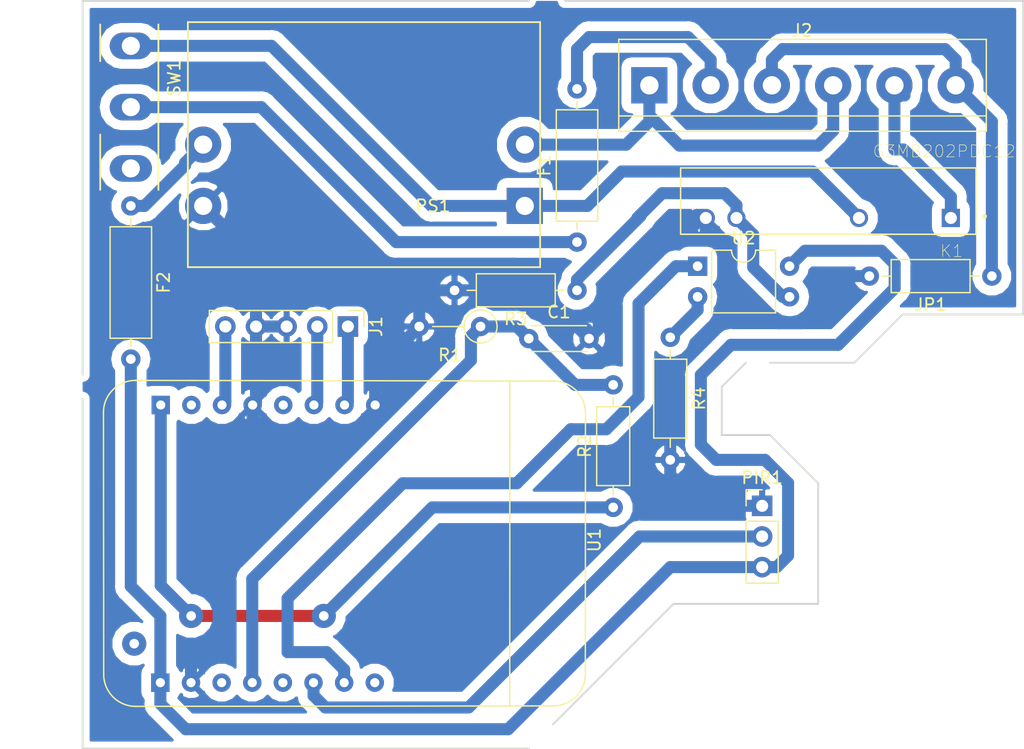
<source format=kicad_pcb>
(kicad_pcb (version 20171130) (host pcbnew "(5.0.1)-4")

  (general
    (thickness 1.6)
    (drawings 16)
    (tracks 169)
    (zones 0)
    (modules 16)
    (nets 25)
  )

  (page A4)
  (layers
    (0 F.Cu jumper)
    (31 B.Cu signal)
    (32 B.Adhes user)
    (33 F.Adhes user)
    (34 B.Paste user)
    (35 F.Paste user)
    (36 B.SilkS user)
    (37 F.SilkS user)
    (38 B.Mask user)
    (39 F.Mask user)
    (40 Dwgs.User user)
    (41 Cmts.User user)
    (42 Eco1.User user)
    (43 Eco2.User user)
    (44 Edge.Cuts user)
    (45 Margin user)
    (46 B.CrtYd user)
    (47 F.CrtYd user)
    (48 B.Fab user)
    (49 F.Fab user)
  )

  (setup
    (last_trace_width 1)
    (trace_clearance 0.8)
    (zone_clearance 0.508)
    (zone_45_only no)
    (trace_min 0.2)
    (segment_width 0.2)
    (edge_width 0.15)
    (via_size 2)
    (via_drill 0.8)
    (via_min_size 0.4)
    (via_min_drill 0.3)
    (uvia_size 0.3)
    (uvia_drill 0.1)
    (uvias_allowed no)
    (uvia_min_size 0.2)
    (uvia_min_drill 0.1)
    (pcb_text_width 0.3)
    (pcb_text_size 1.5 1.5)
    (mod_edge_width 0.15)
    (mod_text_size 1 1)
    (mod_text_width 0.15)
    (pad_size 1.524 1.524)
    (pad_drill 0.762)
    (pad_to_mask_clearance 0.051)
    (solder_mask_min_width 0.25)
    (aux_axis_origin 155 123)
    (visible_elements 7FFFFFFF)
    (pcbplotparams
      (layerselection 0x01000_fffffffe)
      (usegerberextensions false)
      (usegerberattributes false)
      (usegerberadvancedattributes false)
      (creategerberjobfile false)
      (excludeedgelayer true)
      (linewidth 0.100000)
      (plotframeref false)
      (viasonmask false)
      (mode 1)
      (useauxorigin true)
      (hpglpennumber 1)
      (hpglpenspeed 20)
      (hpglpendiameter 15.000000)
      (psnegative false)
      (psa4output false)
      (plotreference true)
      (plotvalue true)
      (plotinvisibletext false)
      (padsonsilk false)
      (subtractmaskfromsilk false)
      (outputformat 1)
      (mirror false)
      (drillshape 0)
      (scaleselection 1)
      (outputdirectory ""))
  )

  (net 0 "")
  (net 1 "Net-(C1-Pad1)")
  (net 2 GND)
  (net 3 "Net-(F1-Pad1)")
  (net 4 "Net-(F1-Pad2)")
  (net 5 +5V)
  (net 6 "Net-(F2-Pad1)")
  (net 7 "Net-(J1-Pad1)")
  (net 8 "Net-(J1-Pad2)")
  (net 9 "Net-(J1-Pad5)")
  (net 10 Earth)
  (net 11 "Net-(J2-Pad1)")
  (net 12 "Net-(J2-Pad5)")
  (net 13 "Net-(K1-Pad3)")
  (net 14 "Net-(PIR1-Pad2)")
  (net 15 +3V3)
  (net 16 "Net-(R4-Pad1)")
  (net 17 "Net-(U1-Pad4)")
  (net 18 "Net-(U1-Pad7)")
  (net 19 "Net-(U1-Pad11)")
  (net 20 "Net-(U1-Pad13)")
  (net 21 "Net-(U1-Pad15)")
  (net 22 "Net-(U1-Pad16)")
  (net 23 "Net-(K1-Pad2)")
  (net 24 "Net-(SW1-Pad3)")

  (net_class Default "Ceci est la Netclass par défaut."
    (clearance 0.8)
    (trace_width 1)
    (via_dia 2)
    (via_drill 0.8)
    (uvia_dia 0.3)
    (uvia_drill 0.1)
    (add_net +3V3)
    (add_net +5V)
    (add_net Earth)
    (add_net GND)
    (add_net "Net-(C1-Pad1)")
    (add_net "Net-(F1-Pad1)")
    (add_net "Net-(F1-Pad2)")
    (add_net "Net-(F2-Pad1)")
    (add_net "Net-(J1-Pad1)")
    (add_net "Net-(J1-Pad2)")
    (add_net "Net-(J1-Pad5)")
    (add_net "Net-(J2-Pad1)")
    (add_net "Net-(J2-Pad5)")
    (add_net "Net-(K1-Pad2)")
    (add_net "Net-(K1-Pad3)")
    (add_net "Net-(PIR1-Pad2)")
    (add_net "Net-(R4-Pad1)")
    (add_net "Net-(SW1-Pad3)")
    (add_net "Net-(U1-Pad11)")
    (add_net "Net-(U1-Pad13)")
    (add_net "Net-(U1-Pad15)")
    (add_net "Net-(U1-Pad16)")
    (add_net "Net-(U1-Pad4)")
    (add_net "Net-(U1-Pad7)")
  )

  (module Resistor_THT:R_Axial_DIN0309_L9.0mm_D3.2mm_P12.70mm_Horizontal (layer F.Cu) (tedit 5AE5139B) (tstamp 5D86B65C)
    (at 118 81 90)
    (descr "Resistor, Axial_DIN0309 series, Axial, Horizontal, pin pitch=12.7mm, 0.5W = 1/2W, length*diameter=9*3.2mm^2, http://cdn-reichelt.de/documents/datenblatt/B400/1_4W%23YAG.pdf")
    (tags "Resistor Axial_DIN0309 series Axial Horizontal pin pitch 12.7mm 0.5W = 1/2W length 9mm diameter 3.2mm")
    (path /5D488ED9)
    (fp_text reference F1 (at 6.35 -2.72 90) (layer F.SilkS)
      (effects (font (size 1 1) (thickness 0.15)))
    )
    (fp_text value Fuse (at 6.35 2.72 90) (layer F.Fab)
      (effects (font (size 1 1) (thickness 0.15)))
    )
    (fp_line (start 1.85 -1.6) (end 1.85 1.6) (layer F.Fab) (width 0.1))
    (fp_line (start 1.85 1.6) (end 10.85 1.6) (layer F.Fab) (width 0.1))
    (fp_line (start 10.85 1.6) (end 10.85 -1.6) (layer F.Fab) (width 0.1))
    (fp_line (start 10.85 -1.6) (end 1.85 -1.6) (layer F.Fab) (width 0.1))
    (fp_line (start 0 0) (end 1.85 0) (layer F.Fab) (width 0.1))
    (fp_line (start 12.7 0) (end 10.85 0) (layer F.Fab) (width 0.1))
    (fp_line (start 1.73 -1.72) (end 1.73 1.72) (layer F.SilkS) (width 0.12))
    (fp_line (start 1.73 1.72) (end 10.97 1.72) (layer F.SilkS) (width 0.12))
    (fp_line (start 10.97 1.72) (end 10.97 -1.72) (layer F.SilkS) (width 0.12))
    (fp_line (start 10.97 -1.72) (end 1.73 -1.72) (layer F.SilkS) (width 0.12))
    (fp_line (start 1.04 0) (end 1.73 0) (layer F.SilkS) (width 0.12))
    (fp_line (start 11.66 0) (end 10.97 0) (layer F.SilkS) (width 0.12))
    (fp_line (start -1.05 -1.85) (end -1.05 1.85) (layer F.CrtYd) (width 0.05))
    (fp_line (start -1.05 1.85) (end 13.75 1.85) (layer F.CrtYd) (width 0.05))
    (fp_line (start 13.75 1.85) (end 13.75 -1.85) (layer F.CrtYd) (width 0.05))
    (fp_line (start 13.75 -1.85) (end -1.05 -1.85) (layer F.CrtYd) (width 0.05))
    (fp_text user %R (at 6.35 0 90) (layer F.Fab)
      (effects (font (size 1 1) (thickness 0.15)))
    )
    (pad 1 thru_hole circle (at 0 0 90) (size 1.6 1.6) (drill 0.8) (layers *.Cu *.Mask)
      (net 3 "Net-(F1-Pad1)"))
    (pad 2 thru_hole oval (at 12.7 0 90) (size 1.6 1.6) (drill 0.8) (layers *.Cu *.Mask)
      (net 4 "Net-(F1-Pad2)"))
    (model ${KISYS3DMOD}/Resistor_THT.3dshapes/R_Axial_DIN0309_L9.0mm_D3.2mm_P12.70mm_Horizontal.wrl
      (at (xyz 0 0 0))
      (scale (xyz 1 1 1))
      (rotate (xyz 0 0 0))
    )
  )

  (module Capacitor_THT:C_Disc_D4.3mm_W1.9mm_P5.00mm (layer F.Cu) (tedit 5AE50EF0) (tstamp 5D86B645)
    (at 114 89)
    (descr "C, Disc series, Radial, pin pitch=5.00mm, , diameter*width=4.3*1.9mm^2, Capacitor, http://www.vishay.com/docs/45233/krseries.pdf")
    (tags "C Disc series Radial pin pitch 5.00mm  diameter 4.3mm width 1.9mm Capacitor")
    (path /5D4BB9C3)
    (fp_text reference C1 (at 2.5 -2.2) (layer F.SilkS)
      (effects (font (size 1 1) (thickness 0.15)))
    )
    (fp_text value C (at 2.5 2.2) (layer F.Fab)
      (effects (font (size 1 1) (thickness 0.15)))
    )
    (fp_line (start 0.35 -0.95) (end 0.35 0.95) (layer F.Fab) (width 0.1))
    (fp_line (start 0.35 0.95) (end 4.65 0.95) (layer F.Fab) (width 0.1))
    (fp_line (start 4.65 0.95) (end 4.65 -0.95) (layer F.Fab) (width 0.1))
    (fp_line (start 4.65 -0.95) (end 0.35 -0.95) (layer F.Fab) (width 0.1))
    (fp_line (start 0.23 -1.07) (end 4.77 -1.07) (layer F.SilkS) (width 0.12))
    (fp_line (start 0.23 1.07) (end 4.77 1.07) (layer F.SilkS) (width 0.12))
    (fp_line (start 0.23 -1.07) (end 0.23 -1.055) (layer F.SilkS) (width 0.12))
    (fp_line (start 0.23 1.055) (end 0.23 1.07) (layer F.SilkS) (width 0.12))
    (fp_line (start 4.77 -1.07) (end 4.77 -1.055) (layer F.SilkS) (width 0.12))
    (fp_line (start 4.77 1.055) (end 4.77 1.07) (layer F.SilkS) (width 0.12))
    (fp_line (start -1.05 -1.2) (end -1.05 1.2) (layer F.CrtYd) (width 0.05))
    (fp_line (start -1.05 1.2) (end 6.05 1.2) (layer F.CrtYd) (width 0.05))
    (fp_line (start 6.05 1.2) (end 6.05 -1.2) (layer F.CrtYd) (width 0.05))
    (fp_line (start 6.05 -1.2) (end -1.05 -1.2) (layer F.CrtYd) (width 0.05))
    (fp_text user %R (at 2.5 0) (layer F.Fab)
      (effects (font (size 0.86 0.86) (thickness 0.129)))
    )
    (pad 1 thru_hole circle (at 0 0) (size 1.6 1.6) (drill 0.8) (layers *.Cu *.Mask)
      (net 1 "Net-(C1-Pad1)"))
    (pad 2 thru_hole circle (at 5 0) (size 1.6 1.6) (drill 0.8) (layers *.Cu *.Mask)
      (net 2 GND))
    (model ${KISYS3DMOD}/Capacitor_THT.3dshapes/C_Disc_D4.3mm_W1.9mm_P5.00mm.wrl
      (at (xyz 0 0 0))
      (scale (xyz 1 1 1))
      (rotate (xyz 0 0 0))
    )
  )

  (module Resistor_THT:R_Axial_DIN0309_L9.0mm_D3.2mm_P12.70mm_Horizontal (layer F.Cu) (tedit 5AE5139B) (tstamp 5D86B673)
    (at 81 78 270)
    (descr "Resistor, Axial_DIN0309 series, Axial, Horizontal, pin pitch=12.7mm, 0.5W = 1/2W, length*diameter=9*3.2mm^2, http://cdn-reichelt.de/documents/datenblatt/B400/1_4W%23YAG.pdf")
    (tags "Resistor Axial_DIN0309 series Axial Horizontal pin pitch 12.7mm 0.5W = 1/2W length 9mm diameter 3.2mm")
    (path /5D4D8C32)
    (fp_text reference F2 (at 6.35 -2.72 270) (layer F.SilkS)
      (effects (font (size 1 1) (thickness 0.15)))
    )
    (fp_text value Fuse (at 0 10 270) (layer F.Fab)
      (effects (font (size 1 1) (thickness 0.15)))
    )
    (fp_text user %R (at 6.35 0 270) (layer F.Fab)
      (effects (font (size 1 1) (thickness 0.15)))
    )
    (fp_line (start 13.75 -1.85) (end -1.05 -1.85) (layer F.CrtYd) (width 0.05))
    (fp_line (start 13.75 1.85) (end 13.75 -1.85) (layer F.CrtYd) (width 0.05))
    (fp_line (start -1.05 1.85) (end 13.75 1.85) (layer F.CrtYd) (width 0.05))
    (fp_line (start -1.05 -1.85) (end -1.05 1.85) (layer F.CrtYd) (width 0.05))
    (fp_line (start 11.66 0) (end 10.97 0) (layer F.SilkS) (width 0.12))
    (fp_line (start 1.04 0) (end 1.73 0) (layer F.SilkS) (width 0.12))
    (fp_line (start 10.97 -1.72) (end 1.73 -1.72) (layer F.SilkS) (width 0.12))
    (fp_line (start 10.97 1.72) (end 10.97 -1.72) (layer F.SilkS) (width 0.12))
    (fp_line (start 1.73 1.72) (end 10.97 1.72) (layer F.SilkS) (width 0.12))
    (fp_line (start 1.73 -1.72) (end 1.73 1.72) (layer F.SilkS) (width 0.12))
    (fp_line (start 12.7 0) (end 10.85 0) (layer F.Fab) (width 0.1))
    (fp_line (start 0 0) (end 1.85 0) (layer F.Fab) (width 0.1))
    (fp_line (start 10.85 -1.6) (end 1.85 -1.6) (layer F.Fab) (width 0.1))
    (fp_line (start 10.85 1.6) (end 10.85 -1.6) (layer F.Fab) (width 0.1))
    (fp_line (start 1.85 1.6) (end 10.85 1.6) (layer F.Fab) (width 0.1))
    (fp_line (start 1.85 -1.6) (end 1.85 1.6) (layer F.Fab) (width 0.1))
    (pad 2 thru_hole oval (at 12.7 0 270) (size 1.6 1.6) (drill 0.8) (layers *.Cu *.Mask)
      (net 5 +5V))
    (pad 1 thru_hole circle (at 0 0 270) (size 1.6 1.6) (drill 0.8) (layers *.Cu *.Mask)
      (net 6 "Net-(F2-Pad1)"))
    (model ${KISYS3DMOD}/Resistor_THT.3dshapes/R_Axial_DIN0309_L9.0mm_D3.2mm_P12.70mm_Horizontal.wrl
      (at (xyz 0 0 0))
      (scale (xyz 1 1 1))
      (rotate (xyz 0 0 0))
    )
  )

  (module Connector_PinHeader_2.54mm:PinHeader_1x05_P2.54mm_Vertical (layer F.Cu) (tedit 59FED5CC) (tstamp 5D86B68C)
    (at 99 88 270)
    (descr "Through hole straight pin header, 1x05, 2.54mm pitch, single row")
    (tags "Through hole pin header THT 1x05 2.54mm single row")
    (path /5D496BB8)
    (fp_text reference J1 (at 0 -2.33 270) (layer F.SilkS)
      (effects (font (size 1 1) (thickness 0.15)))
    )
    (fp_text value Conn_01x05_Male (at 0 12.49 270) (layer F.Fab)
      (effects (font (size 1 1) (thickness 0.15)))
    )
    (fp_line (start -0.635 -1.27) (end 1.27 -1.27) (layer F.Fab) (width 0.1))
    (fp_line (start 1.27 -1.27) (end 1.27 11.43) (layer F.Fab) (width 0.1))
    (fp_line (start 1.27 11.43) (end -1.27 11.43) (layer F.Fab) (width 0.1))
    (fp_line (start -1.27 11.43) (end -1.27 -0.635) (layer F.Fab) (width 0.1))
    (fp_line (start -1.27 -0.635) (end -0.635 -1.27) (layer F.Fab) (width 0.1))
    (fp_line (start -1.33 11.49) (end 1.33 11.49) (layer F.SilkS) (width 0.12))
    (fp_line (start -1.33 1.27) (end -1.33 11.49) (layer F.SilkS) (width 0.12))
    (fp_line (start 1.33 1.27) (end 1.33 11.49) (layer F.SilkS) (width 0.12))
    (fp_line (start -1.33 1.27) (end 1.33 1.27) (layer F.SilkS) (width 0.12))
    (fp_line (start -1.33 0) (end -1.33 -1.33) (layer F.SilkS) (width 0.12))
    (fp_line (start -1.33 -1.33) (end 0 -1.33) (layer F.SilkS) (width 0.12))
    (fp_line (start -1.8 -1.8) (end -1.8 11.95) (layer F.CrtYd) (width 0.05))
    (fp_line (start -1.8 11.95) (end 1.8 11.95) (layer F.CrtYd) (width 0.05))
    (fp_line (start 1.8 11.95) (end 1.8 -1.8) (layer F.CrtYd) (width 0.05))
    (fp_line (start 1.8 -1.8) (end -1.8 -1.8) (layer F.CrtYd) (width 0.05))
    (fp_text user %R (at 0 5.08) (layer F.Fab)
      (effects (font (size 1 1) (thickness 0.15)))
    )
    (pad 1 thru_hole rect (at 0 0 270) (size 1.7 1.7) (drill 1) (layers *.Cu *.Mask)
      (net 7 "Net-(J1-Pad1)"))
    (pad 2 thru_hole oval (at 0 2.54 270) (size 1.7 1.7) (drill 1) (layers *.Cu *.Mask)
      (net 8 "Net-(J1-Pad2)"))
    (pad 3 thru_hole oval (at 0 5.08 270) (size 1.7 1.7) (drill 1) (layers *.Cu *.Mask)
      (net 2 GND))
    (pad 4 thru_hole oval (at 0 7.62 270) (size 1.7 1.7) (drill 1) (layers *.Cu *.Mask)
      (net 2 GND))
    (pad 5 thru_hole oval (at 0 10.16 270) (size 1.7 1.7) (drill 1) (layers *.Cu *.Mask)
      (net 9 "Net-(J1-Pad5)"))
    (model ${KISYS3DMOD}/Connector_PinHeader_2.54mm.3dshapes/PinHeader_1x05_P2.54mm_Vertical.wrl
      (at (xyz 0 0 0))
      (scale (xyz 1 1 1))
      (rotate (xyz 0 0 0))
    )
  )

  (module TerminalBlock:TerminalBlock_bornier-6_P5.08mm (layer F.Cu) (tedit 59FF03F5) (tstamp 5D86B6A5)
    (at 124 68)
    (descr "simple 6pin terminal block, pitch 5.08mm, revamped version of bornier6")
    (tags "terminal block bornier6")
    (path /5D489536)
    (fp_text reference J2 (at 12.65 -4.55) (layer F.SilkS)
      (effects (font (size 1 1) (thickness 0.15)))
    )
    (fp_text value Screw_Terminal_01x06 (at 12.7 4.75) (layer F.Fab)
      (effects (font (size 1 1) (thickness 0.15)))
    )
    (fp_text user %R (at 12.7 0) (layer F.Fab)
      (effects (font (size 1 1) (thickness 0.15)))
    )
    (fp_line (start -2.5 2.55) (end 27.9 2.55) (layer F.Fab) (width 0.1))
    (fp_line (start -2.5 -3.75) (end -2.5 3.75) (layer F.Fab) (width 0.1))
    (fp_line (start -2.5 3.75) (end 27.9 3.75) (layer F.Fab) (width 0.1))
    (fp_line (start 27.9 3.75) (end 27.9 -3.75) (layer F.Fab) (width 0.1))
    (fp_line (start 27.9 -3.75) (end -2.5 -3.75) (layer F.Fab) (width 0.1))
    (fp_line (start -2.54 -3.81) (end -2.54 3.81) (layer F.SilkS) (width 0.12))
    (fp_line (start 27.94 3.81) (end 27.94 -3.81) (layer F.SilkS) (width 0.12))
    (fp_line (start -2.54 2.54) (end 27.94 2.54) (layer F.SilkS) (width 0.12))
    (fp_line (start -2.54 -3.81) (end 27.94 -3.81) (layer F.SilkS) (width 0.12))
    (fp_line (start -2.54 3.81) (end 27.94 3.81) (layer F.SilkS) (width 0.12))
    (fp_line (start -2.75 -4) (end 28.15 -4) (layer F.CrtYd) (width 0.05))
    (fp_line (start -2.75 -4) (end -2.75 4) (layer F.CrtYd) (width 0.05))
    (fp_line (start 28.15 4) (end 28.15 -4) (layer F.CrtYd) (width 0.05))
    (fp_line (start 28.15 4) (end -2.75 4) (layer F.CrtYd) (width 0.05))
    (pad 2 thru_hole circle (at 5.08 0) (size 3 3) (drill 1.52) (layers *.Cu *.Mask)
      (net 4 "Net-(F1-Pad2)"))
    (pad 3 thru_hole circle (at 10.16 0) (size 3 3) (drill 1.52) (layers *.Cu *.Mask)
      (net 10 Earth))
    (pad 1 thru_hole rect (at 0 0) (size 3 3) (drill 1.52) (layers *.Cu *.Mask)
      (net 11 "Net-(J2-Pad1)"))
    (pad 4 thru_hole circle (at 15.24 0) (size 3 3) (drill 1.52) (layers *.Cu *.Mask)
      (net 11 "Net-(J2-Pad1)"))
    (pad 5 thru_hole circle (at 20.32 0) (size 3 3) (drill 1.52) (layers *.Cu *.Mask)
      (net 12 "Net-(J2-Pad5)"))
    (pad 6 thru_hole circle (at 25.4 0) (size 3 3) (drill 1.52) (layers *.Cu *.Mask)
      (net 10 Earth))
    (model ${KISYS3DMOD}/TerminalBlock.3dshapes/TerminalBlock_bornier-6_P5.08mm.wrl
      (offset (xyz 12.69999980926514 0 0))
      (scale (xyz 1 1 1))
      (rotate (xyz 0 0 0))
    )
  )

  (module Relay_THT:RELAY_G3MB202PDC12 (layer F.Cu) (tedit 0) (tstamp 5D86B6D1)
    (at 138.84 77.6 180)
    (path /5D488DD6)
    (fp_text reference K1 (at -10.2246 -4.14091 180) (layer F.SilkS)
      (effects (font (size 1.00143 1.00143) (thickness 0.05)))
    )
    (fp_text value G3MB202PDC12 (at -9.6043 4.12759 180) (layer F.SilkS)
      (effects (font (size 1.00306 1.00306) (thickness 0.05)))
    )
    (fp_line (start 12.25 -2.75) (end -12.25 -2.75) (layer F.SilkS) (width 0.127))
    (fp_line (start -12.25 -2.75) (end -12.25 2.75) (layer F.SilkS) (width 0.127))
    (fp_line (start -12.25 2.75) (end 12.25 2.75) (layer F.SilkS) (width 0.127))
    (fp_line (start 12.25 2.75) (end 12.25 -2.75) (layer F.SilkS) (width 0.127))
    (fp_line (start 12.5 3) (end -12.5 3) (layer Eco1.User) (width 0.05))
    (fp_line (start -12.5 3) (end -12.5 -3) (layer Eco1.User) (width 0.05))
    (fp_line (start -12.5 -3) (end 12.5 -3) (layer Eco1.User) (width 0.05))
    (fp_line (start 12.5 -3) (end 12.5 3) (layer Eco1.User) (width 0.05))
    (fp_circle (center -12.954 -1.27) (end -12.854 -1.27) (layer F.SilkS) (width 0.2))
    (fp_line (start 12.25 -2.75) (end -12.25 -2.75) (layer Eco2.User) (width 0.127))
    (fp_line (start -12.25 -2.75) (end -12.25 2.75) (layer Eco2.User) (width 0.127))
    (fp_line (start -12.25 2.75) (end 12.25 2.75) (layer Eco2.User) (width 0.127))
    (fp_line (start 12.25 2.75) (end 12.25 -2.75) (layer Eco2.User) (width 0.127))
    (fp_circle (center -11.43 -1.27) (end -11.33 -1.27) (layer Eco2.User) (width 0.2))
    (pad 4 thru_hole circle (at 10.16 -1.4) (size 1.508 1.508) (drill 1) (layers *.Cu *.Mask)
      (net 2 GND))
    (pad 3 thru_hole circle (at 7.62 -1.4) (size 1.508 1.508) (drill 1) (layers *.Cu *.Mask)
      (net 13 "Net-(K1-Pad3)"))
    (pad 2 thru_hole circle (at -2.54 -1.4) (size 1.508 1.508) (drill 1) (layers *.Cu *.Mask)
      (net 23 "Net-(K1-Pad2)"))
    (pad 1 thru_hole rect (at -10.16 -1.4) (size 1.508 1.508) (drill 1) (layers *.Cu *.Mask)
      (net 12 "Net-(J2-Pad5)"))
  )

  (module Connector_PinHeader_2.54mm:PinHeader_1x03_P2.54mm_Vertical (layer F.Cu) (tedit 59FED5CC) (tstamp 5D86B6E8)
    (at 133.35 102.87)
    (descr "Through hole straight pin header, 1x03, 2.54mm pitch, single row")
    (tags "Through hole pin header THT 1x03 2.54mm single row")
    (path /5D485999)
    (fp_text reference PIR1 (at 0 -2.33) (layer F.SilkS)
      (effects (font (size 1 1) (thickness 0.15)))
    )
    (fp_text value PIR_Motion_Sensor (at 0 7.13) (layer F.Fab)
      (effects (font (size 1 1) (thickness 0.15)))
    )
    (fp_line (start -0.635 -1.27) (end 1.27 -1.27) (layer F.Fab) (width 0.1))
    (fp_line (start 1.27 -1.27) (end 1.27 6.35) (layer F.Fab) (width 0.1))
    (fp_line (start 1.27 6.35) (end -1.27 6.35) (layer F.Fab) (width 0.1))
    (fp_line (start -1.27 6.35) (end -1.27 -0.635) (layer F.Fab) (width 0.1))
    (fp_line (start -1.27 -0.635) (end -0.635 -1.27) (layer F.Fab) (width 0.1))
    (fp_line (start -1.33 6.41) (end 1.33 6.41) (layer F.SilkS) (width 0.12))
    (fp_line (start -1.33 1.27) (end -1.33 6.41) (layer F.SilkS) (width 0.12))
    (fp_line (start 1.33 1.27) (end 1.33 6.41) (layer F.SilkS) (width 0.12))
    (fp_line (start -1.33 1.27) (end 1.33 1.27) (layer F.SilkS) (width 0.12))
    (fp_line (start -1.33 0) (end -1.33 -1.33) (layer F.SilkS) (width 0.12))
    (fp_line (start -1.33 -1.33) (end 0 -1.33) (layer F.SilkS) (width 0.12))
    (fp_line (start -1.8 -1.8) (end -1.8 6.85) (layer F.CrtYd) (width 0.05))
    (fp_line (start -1.8 6.85) (end 1.8 6.85) (layer F.CrtYd) (width 0.05))
    (fp_line (start 1.8 6.85) (end 1.8 -1.8) (layer F.CrtYd) (width 0.05))
    (fp_line (start 1.8 -1.8) (end -1.8 -1.8) (layer F.CrtYd) (width 0.05))
    (fp_text user %R (at 0 2.54 90) (layer F.Fab)
      (effects (font (size 1 1) (thickness 0.15)))
    )
    (pad 1 thru_hole rect (at 0 0) (size 1.7 1.7) (drill 1) (layers *.Cu *.Mask)
      (net 2 GND))
    (pad 2 thru_hole oval (at 0 2.54) (size 1.7 1.7) (drill 1) (layers *.Cu *.Mask)
      (net 14 "Net-(PIR1-Pad2)"))
    (pad 3 thru_hole oval (at 0 5.08) (size 1.7 1.7) (drill 1) (layers *.Cu *.Mask)
      (net 5 +5V))
    (model ${KISYS3DMOD}/Connector_PinHeader_2.54mm.3dshapes/PinHeader_1x03_P2.54mm_Vertical.wrl
      (at (xyz 0 0 0))
      (scale (xyz 1 1 1))
      (rotate (xyz 0 0 0))
    )
  )

  (module Converter_ACDC:Converter_ACDC_YS100000590 (layer F.Cu) (tedit 5D48505A) (tstamp 5D86B6F5)
    (at 113.67 78 180)
    (descr http://www.meanwell.com/webapp/product/search.aspx?prod=IRM-05)
    (tags "ACDC-Converter 5W   Meanwell IRM-05")
    (path /5D489A0B)
    (fp_text reference PS1 (at 7.62 0 180) (layer F.SilkS)
      (effects (font (size 1 1) (thickness 0.15)))
    )
    (fp_text value IRM-02-5 (at 13.97 12.7 180) (layer F.Fab)
      (effects (font (size 1 1) (thickness 0.15)))
    )
    (fp_text user %R (at 10.16 8.89 180) (layer F.Fab)
      (effects (font (size 1 1) (thickness 0.15)))
    )
    (fp_line (start -1.27 -5.08) (end -1.27 15.24) (layer F.SilkS) (width 0.15))
    (fp_line (start -1.27 15.24) (end 27.94 15.24) (layer F.SilkS) (width 0.15))
    (fp_line (start 27.94 15.24) (end 27.94 -5.08) (layer F.SilkS) (width 0.15))
    (fp_line (start 27.94 -5.08) (end -1.27 -5.08) (layer F.SilkS) (width 0.15))
    (pad 3 thru_hole circle (at 26.67 5.08 180) (size 3 3) (drill 1.5) (layers *.Cu *.Mask)
      (net 6 "Net-(F2-Pad1)"))
    (pad 2 thru_hole circle (at 0 5.08 180) (size 3 3) (drill 1.5) (layers *.Cu *.Mask)
      (net 11 "Net-(J2-Pad1)"))
    (pad 4 thru_hole circle (at 26.67 0 180) (size 3 3) (drill 1.5) (layers *.Cu *.Mask)
      (net 2 GND))
    (pad 1 thru_hole rect (at 0 0 180) (size 3 3) (drill 1.5) (layers *.Cu *.Mask)
      (net 23 "Net-(K1-Pad2)"))
    (model ${KISYS3DMOD}/Converter_ACDC.3dshapes/Converter_ACDC_MeanWell_IRM-05-xx_THT.wrl
      (at (xyz 0 0 0))
      (scale (xyz 1 1 1))
      (rotate (xyz 0 0 0))
    )
  )

  (module Resistor_THT:R_Axial_DIN0207_L6.3mm_D2.5mm_P5.08mm_Vertical (layer F.Cu) (tedit 5AE5139B) (tstamp 5D86B704)
    (at 110 88 180)
    (descr "Resistor, Axial_DIN0207 series, Axial, Vertical, pin pitch=5.08mm, 0.25W = 1/4W, length*diameter=6.3*2.5mm^2, http://cdn-reichelt.de/documents/datenblatt/B400/1_4W%23YAG.pdf")
    (tags "Resistor Axial_DIN0207 series Axial Vertical pin pitch 5.08mm 0.25W = 1/4W length 6.3mm diameter 2.5mm")
    (path /5D485AE7)
    (fp_text reference R1 (at 2.54 -2.37 180) (layer F.SilkS)
      (effects (font (size 1 1) (thickness 0.15)))
    )
    (fp_text value R_PHOTO (at 2.54 2.37 180) (layer F.Fab)
      (effects (font (size 1 1) (thickness 0.15)))
    )
    (fp_circle (center 0 0) (end 1.25 0) (layer F.Fab) (width 0.1))
    (fp_circle (center 0 0) (end 1.37 0) (layer F.SilkS) (width 0.12))
    (fp_line (start 0 0) (end 5.08 0) (layer F.Fab) (width 0.1))
    (fp_line (start 1.37 0) (end 3.98 0) (layer F.SilkS) (width 0.12))
    (fp_line (start -1.5 -1.5) (end -1.5 1.5) (layer F.CrtYd) (width 0.05))
    (fp_line (start -1.5 1.5) (end 6.13 1.5) (layer F.CrtYd) (width 0.05))
    (fp_line (start 6.13 1.5) (end 6.13 -1.5) (layer F.CrtYd) (width 0.05))
    (fp_line (start 6.13 -1.5) (end -1.5 -1.5) (layer F.CrtYd) (width 0.05))
    (fp_text user %R (at 2.54 -2.37 180) (layer F.Fab)
      (effects (font (size 1 1) (thickness 0.15)))
    )
    (pad 1 thru_hole circle (at 0 0 180) (size 1.6 1.6) (drill 0.8) (layers *.Cu *.Mask)
      (net 1 "Net-(C1-Pad1)"))
    (pad 2 thru_hole oval (at 5.08 0 180) (size 1.6 1.6) (drill 0.8) (layers *.Cu *.Mask)
      (net 2 GND))
    (model ${KISYS3DMOD}/Resistor_THT.3dshapes/R_Axial_DIN0207_L6.3mm_D2.5mm_P5.08mm_Vertical.wrl
      (at (xyz 0 0 0))
      (scale (xyz 1 1 1))
      (rotate (xyz 0 0 0))
    )
  )

  (module Resistor_THT:R_Axial_DIN0207_L6.3mm_D2.5mm_P10.16mm_Horizontal (layer F.Cu) (tedit 5AE5139B) (tstamp 5D86B71B)
    (at 121 103 90)
    (descr "Resistor, Axial_DIN0207 series, Axial, Horizontal, pin pitch=10.16mm, 0.25W = 1/4W, length*diameter=6.3*2.5mm^2, http://cdn-reichelt.de/documents/datenblatt/B400/1_4W%23YAG.pdf")
    (tags "Resistor Axial_DIN0207 series Axial Horizontal pin pitch 10.16mm 0.25W = 1/4W length 6.3mm diameter 2.5mm")
    (path /5D488FCB)
    (fp_text reference R2 (at 5.08 -2.37 90) (layer F.SilkS)
      (effects (font (size 1 1) (thickness 0.15)))
    )
    (fp_text value 5k (at 5.08 2.37 90) (layer F.Fab)
      (effects (font (size 1 1) (thickness 0.15)))
    )
    (fp_line (start 1.93 -1.25) (end 1.93 1.25) (layer F.Fab) (width 0.1))
    (fp_line (start 1.93 1.25) (end 8.23 1.25) (layer F.Fab) (width 0.1))
    (fp_line (start 8.23 1.25) (end 8.23 -1.25) (layer F.Fab) (width 0.1))
    (fp_line (start 8.23 -1.25) (end 1.93 -1.25) (layer F.Fab) (width 0.1))
    (fp_line (start 0 0) (end 1.93 0) (layer F.Fab) (width 0.1))
    (fp_line (start 10.16 0) (end 8.23 0) (layer F.Fab) (width 0.1))
    (fp_line (start 1.81 -1.37) (end 1.81 1.37) (layer F.SilkS) (width 0.12))
    (fp_line (start 1.81 1.37) (end 8.35 1.37) (layer F.SilkS) (width 0.12))
    (fp_line (start 8.35 1.37) (end 8.35 -1.37) (layer F.SilkS) (width 0.12))
    (fp_line (start 8.35 -1.37) (end 1.81 -1.37) (layer F.SilkS) (width 0.12))
    (fp_line (start 1.04 0) (end 1.81 0) (layer F.SilkS) (width 0.12))
    (fp_line (start 9.12 0) (end 8.35 0) (layer F.SilkS) (width 0.12))
    (fp_line (start -1.05 -1.5) (end -1.05 1.5) (layer F.CrtYd) (width 0.05))
    (fp_line (start -1.05 1.5) (end 11.21 1.5) (layer F.CrtYd) (width 0.05))
    (fp_line (start 11.21 1.5) (end 11.21 -1.5) (layer F.CrtYd) (width 0.05))
    (fp_line (start 11.21 -1.5) (end -1.05 -1.5) (layer F.CrtYd) (width 0.05))
    (fp_text user %R (at 5.08 0 90) (layer F.Fab)
      (effects (font (size 1 1) (thickness 0.15)))
    )
    (pad 1 thru_hole circle (at 0 0 90) (size 1.6 1.6) (drill 0.8) (layers *.Cu *.Mask)
      (net 15 +3V3))
    (pad 2 thru_hole oval (at 10.16 0 90) (size 1.6 1.6) (drill 0.8) (layers *.Cu *.Mask)
      (net 1 "Net-(C1-Pad1)"))
    (model ${KISYS3DMOD}/Resistor_THT.3dshapes/R_Axial_DIN0207_L6.3mm_D2.5mm_P10.16mm_Horizontal.wrl
      (at (xyz 0 0 0))
      (scale (xyz 1 1 1))
      (rotate (xyz 0 0 0))
    )
  )

  (module Resistor_THT:R_Axial_DIN0207_L6.3mm_D2.5mm_P10.16mm_Horizontal (layer F.Cu) (tedit 5AE5139B) (tstamp 5D86B732)
    (at 118 85 180)
    (descr "Resistor, Axial_DIN0207 series, Axial, Horizontal, pin pitch=10.16mm, 0.25W = 1/4W, length*diameter=6.3*2.5mm^2, http://cdn-reichelt.de/documents/datenblatt/B400/1_4W%23YAG.pdf")
    (tags "Resistor Axial_DIN0207 series Axial Horizontal pin pitch 10.16mm 0.25W = 1/4W length 6.3mm diameter 2.5mm")
    (path /5D4890C3)
    (fp_text reference R3 (at 5.08 -2.37 180) (layer F.SilkS)
      (effects (font (size 1 1) (thickness 0.15)))
    )
    (fp_text value 220 (at 5.08 2.37 180) (layer F.Fab)
      (effects (font (size 1 1) (thickness 0.15)))
    )
    (fp_text user %R (at 5.08 0 180) (layer F.Fab)
      (effects (font (size 1 1) (thickness 0.15)))
    )
    (fp_line (start 11.21 -1.5) (end -1.05 -1.5) (layer F.CrtYd) (width 0.05))
    (fp_line (start 11.21 1.5) (end 11.21 -1.5) (layer F.CrtYd) (width 0.05))
    (fp_line (start -1.05 1.5) (end 11.21 1.5) (layer F.CrtYd) (width 0.05))
    (fp_line (start -1.05 -1.5) (end -1.05 1.5) (layer F.CrtYd) (width 0.05))
    (fp_line (start 9.12 0) (end 8.35 0) (layer F.SilkS) (width 0.12))
    (fp_line (start 1.04 0) (end 1.81 0) (layer F.SilkS) (width 0.12))
    (fp_line (start 8.35 -1.37) (end 1.81 -1.37) (layer F.SilkS) (width 0.12))
    (fp_line (start 8.35 1.37) (end 8.35 -1.37) (layer F.SilkS) (width 0.12))
    (fp_line (start 1.81 1.37) (end 8.35 1.37) (layer F.SilkS) (width 0.12))
    (fp_line (start 1.81 -1.37) (end 1.81 1.37) (layer F.SilkS) (width 0.12))
    (fp_line (start 10.16 0) (end 8.23 0) (layer F.Fab) (width 0.1))
    (fp_line (start 0 0) (end 1.93 0) (layer F.Fab) (width 0.1))
    (fp_line (start 8.23 -1.25) (end 1.93 -1.25) (layer F.Fab) (width 0.1))
    (fp_line (start 8.23 1.25) (end 8.23 -1.25) (layer F.Fab) (width 0.1))
    (fp_line (start 1.93 1.25) (end 8.23 1.25) (layer F.Fab) (width 0.1))
    (fp_line (start 1.93 -1.25) (end 1.93 1.25) (layer F.Fab) (width 0.1))
    (pad 2 thru_hole oval (at 10.16 0 180) (size 1.6 1.6) (drill 0.8) (layers *.Cu *.Mask)
      (net 2 GND))
    (pad 1 thru_hole circle (at 0 0 180) (size 1.6 1.6) (drill 0.8) (layers *.Cu *.Mask)
      (net 13 "Net-(K1-Pad3)"))
    (model ${KISYS3DMOD}/Resistor_THT.3dshapes/R_Axial_DIN0207_L6.3mm_D2.5mm_P10.16mm_Horizontal.wrl
      (at (xyz 0 0 0))
      (scale (xyz 1 1 1))
      (rotate (xyz 0 0 0))
    )
  )

  (module Resistor_THT:R_Axial_DIN0207_L6.3mm_D2.5mm_P10.16mm_Horizontal (layer F.Cu) (tedit 5AE5139B) (tstamp 5D86B749)
    (at 125.73 88.9 270)
    (descr "Resistor, Axial_DIN0207 series, Axial, Horizontal, pin pitch=10.16mm, 0.25W = 1/4W, length*diameter=6.3*2.5mm^2, http://cdn-reichelt.de/documents/datenblatt/B400/1_4W%23YAG.pdf")
    (tags "Resistor Axial_DIN0207 series Axial Horizontal pin pitch 10.16mm 0.25W = 1/4W length 6.3mm diameter 2.5mm")
    (path /5D489167)
    (fp_text reference R4 (at 5.08 -2.37 270) (layer F.SilkS)
      (effects (font (size 1 1) (thickness 0.15)))
    )
    (fp_text value 220 (at 5.08 2.37 270) (layer F.Fab)
      (effects (font (size 1 1) (thickness 0.15)))
    )
    (fp_line (start 1.93 -1.25) (end 1.93 1.25) (layer F.Fab) (width 0.1))
    (fp_line (start 1.93 1.25) (end 8.23 1.25) (layer F.Fab) (width 0.1))
    (fp_line (start 8.23 1.25) (end 8.23 -1.25) (layer F.Fab) (width 0.1))
    (fp_line (start 8.23 -1.25) (end 1.93 -1.25) (layer F.Fab) (width 0.1))
    (fp_line (start 0 0) (end 1.93 0) (layer F.Fab) (width 0.1))
    (fp_line (start 10.16 0) (end 8.23 0) (layer F.Fab) (width 0.1))
    (fp_line (start 1.81 -1.37) (end 1.81 1.37) (layer F.SilkS) (width 0.12))
    (fp_line (start 1.81 1.37) (end 8.35 1.37) (layer F.SilkS) (width 0.12))
    (fp_line (start 8.35 1.37) (end 8.35 -1.37) (layer F.SilkS) (width 0.12))
    (fp_line (start 8.35 -1.37) (end 1.81 -1.37) (layer F.SilkS) (width 0.12))
    (fp_line (start 1.04 0) (end 1.81 0) (layer F.SilkS) (width 0.12))
    (fp_line (start 9.12 0) (end 8.35 0) (layer F.SilkS) (width 0.12))
    (fp_line (start -1.05 -1.5) (end -1.05 1.5) (layer F.CrtYd) (width 0.05))
    (fp_line (start -1.05 1.5) (end 11.21 1.5) (layer F.CrtYd) (width 0.05))
    (fp_line (start 11.21 1.5) (end 11.21 -1.5) (layer F.CrtYd) (width 0.05))
    (fp_line (start 11.21 -1.5) (end -1.05 -1.5) (layer F.CrtYd) (width 0.05))
    (fp_text user %R (at 5.08 0 270) (layer F.Fab)
      (effects (font (size 1 1) (thickness 0.15)))
    )
    (pad 1 thru_hole circle (at 0 0 270) (size 1.6 1.6) (drill 0.8) (layers *.Cu *.Mask)
      (net 16 "Net-(R4-Pad1)"))
    (pad 2 thru_hole oval (at 10.16 0 270) (size 1.6 1.6) (drill 0.8) (layers *.Cu *.Mask)
      (net 2 GND))
    (model ${KISYS3DMOD}/Resistor_THT.3dshapes/R_Axial_DIN0207_L6.3mm_D2.5mm_P10.16mm_Horizontal.wrl
      (at (xyz 0 0 0))
      (scale (xyz 1 1 1))
      (rotate (xyz 0 0 0))
    )
  )

  (module "RF emprunte (ESP32_CAM):ESP32-CAM" (layer F.Cu) (tedit 5D3608BC) (tstamp 5D86B766)
    (at 94 106 270)
    (path /5D4857DC)
    (fp_text reference U1 (at -0.29 -25.44 270) (layer F.SilkS)
      (effects (font (size 1 1) (thickness 0.15)))
    )
    (fp_text value ESP32-CAM (at 0.17 16.33 270) (layer F.Fab)
      (effects (font (size 1 1) (thickness 0.15)))
    )
    (fp_line (start -10.87 15.27) (end 10.84 15.25) (layer F.SilkS) (width 0.12))
    (fp_line (start 13.5 12.59) (end 13.46 -22.03) (layer F.SilkS) (width 0.12))
    (fp_line (start -13.53 12.61) (end -13.48 -22.04) (layer F.SilkS) (width 0.12))
    (fp_line (start 10.8 -24.69) (end -10.82 -24.7) (layer F.SilkS) (width 0.12))
    (fp_line (start 13.49 -18.42) (end -13.51 -18.43) (layer F.SilkS) (width 0.12))
    (fp_arc (start 10.84 12.59) (end 10.84 15.25) (angle -90) (layer F.SilkS) (width 0.12))
    (fp_arc (start -10.87 12.61) (end -13.53 12.61) (angle -90) (layer F.SilkS) (width 0.12))
    (fp_arc (start 10.8 -22.03) (end 13.46 -22.03) (angle -90) (layer F.SilkS) (width 0.12))
    (fp_arc (start -10.82 -22.04) (end -10.82 -24.7) (angle -90) (layer F.SilkS) (width 0.12))
    (pad 1 thru_hole circle (at -11.49 -7.26 270) (size 1.524 1.524) (drill 0.762) (layers *.Cu *.Mask)
      (net 2 GND))
    (pad 2 thru_hole circle (at -11.49 -4.72 270) (size 1.524 1.524) (drill 0.762) (layers *.Cu *.Mask)
      (net 7 "Net-(J1-Pad1)"))
    (pad 3 thru_hole circle (at -11.49 -2.18 270) (size 1.524 1.524) (drill 0.762) (layers *.Cu *.Mask)
      (net 8 "Net-(J1-Pad2)"))
    (pad 4 thru_hole circle (at -11.49 0.36 270) (size 1.524 1.524) (drill 0.762) (layers *.Cu *.Mask)
      (net 17 "Net-(U1-Pad4)"))
    (pad 5 thru_hole circle (at -11.49 2.9 270) (size 1.524 1.524) (drill 0.762) (layers *.Cu *.Mask)
      (net 2 GND))
    (pad 6 thru_hole circle (at -11.49 5.44 270) (size 1.524 1.524) (drill 0.762) (layers *.Cu *.Mask)
      (net 9 "Net-(J1-Pad5)"))
    (pad 7 thru_hole circle (at -11.49 7.98 270) (size 1.524 1.524) (drill 0.762) (layers *.Cu *.Mask)
      (net 18 "Net-(U1-Pad7)"))
    (pad 8 thru_hole rect (at -11.49 10.52 270) (size 1.524 1.524) (drill 0.762) (layers *.Cu *.Mask)
      (net 15 +3V3))
    (pad 9 thru_hole rect (at 11.53 10.55 270) (size 1.524 1.524) (drill 0.762) (layers *.Cu *.Mask)
      (net 5 +5V))
    (pad 10 thru_hole circle (at 11.53 8.01 270) (size 1.524 1.524) (drill 0.762) (layers *.Cu *.Mask)
      (net 2 GND))
    (pad 11 thru_hole circle (at 11.53 5.47 270) (size 1.524 1.524) (drill 0.762) (layers *.Cu *.Mask)
      (net 19 "Net-(U1-Pad11)"))
    (pad 12 thru_hole circle (at 11.53 2.93 270) (size 1.524 1.524) (drill 0.762) (layers *.Cu *.Mask)
      (net 1 "Net-(C1-Pad1)"))
    (pad 13 thru_hole circle (at 11.53 0.39 270) (size 1.524 1.524) (drill 0.762) (layers *.Cu *.Mask)
      (net 20 "Net-(U1-Pad13)"))
    (pad 14 thru_hole circle (at 11.53 -2.15 270) (size 1.524 1.524) (drill 0.762) (layers *.Cu *.Mask)
      (net 14 "Net-(PIR1-Pad2)"))
    (pad 15 thru_hole circle (at 11.53 -4.69 270) (size 1.524 1.524) (drill 0.762) (layers *.Cu *.Mask)
      (net 21 "Net-(U1-Pad15)"))
    (pad 16 thru_hole circle (at 11.53 -7.23 270) (size 1.524 1.524) (drill 0.762) (layers *.Cu *.Mask)
      (net 22 "Net-(U1-Pad16)"))
  )

  (module Package_DIP:DIP-4_W7.62mm (layer F.Cu) (tedit 5D4880CF) (tstamp 5D86B77E)
    (at 128 83)
    (descr "4-lead though-hole mounted DIP package, row spacing 7.62 mm (300 mils)")
    (tags "THT DIP DIL PDIP 2.54mm 7.62mm 300mil")
    (path /5D4856AA)
    (fp_text reference U2 (at 3.81 -2.33) (layer F.SilkS)
      (effects (font (size 1 1) (thickness 0.15)))
    )
    (fp_text value PC817 (at 3.81 4.87) (layer F.Fab)
      (effects (font (size 1 1) (thickness 0.15)))
    )
    (fp_arc (start 3.81 -1.33) (end 2.81 -1.33) (angle -180) (layer F.SilkS) (width 0.12))
    (fp_line (start 1.635 -1.27) (end 6.985 -1.27) (layer F.Fab) (width 0.1))
    (fp_line (start 6.985 -1.27) (end 6.985 3.81) (layer F.Fab) (width 0.1))
    (fp_line (start 6.985 3.81) (end 0.635 3.81) (layer F.Fab) (width 0.1))
    (fp_line (start 0.635 3.81) (end 0.635 -0.27) (layer F.Fab) (width 0.1))
    (fp_line (start 0.635 -0.27) (end 1.635 -1.27) (layer F.Fab) (width 0.1))
    (fp_line (start 2.81 -1.33) (end 1.16 -1.33) (layer F.SilkS) (width 0.12))
    (fp_line (start 1.16 -1.33) (end 1.16 3.87) (layer F.SilkS) (width 0.12))
    (fp_line (start 1.16 3.87) (end 6.46 3.87) (layer F.SilkS) (width 0.12))
    (fp_line (start 6.46 3.87) (end 6.46 -1.33) (layer F.SilkS) (width 0.12))
    (fp_line (start 6.46 -1.33) (end 4.81 -1.33) (layer F.SilkS) (width 0.12))
    (fp_line (start -1.1 -1.55) (end -1.1 4.1) (layer F.CrtYd) (width 0.05))
    (fp_line (start -1.1 4.1) (end 8.7 4.1) (layer F.CrtYd) (width 0.05))
    (fp_line (start 8.7 4.1) (end 8.7 -1.55) (layer F.CrtYd) (width 0.05))
    (fp_line (start 8.7 -1.55) (end -1.1 -1.55) (layer F.CrtYd) (width 0.05))
    (fp_text user %R (at 3.81 1.27) (layer F.Fab)
      (effects (font (size 1 1) (thickness 0.15)))
    )
    (pad 1 thru_hole rect (at 0 0) (size 1.6 1.6) (drill 0.8) (layers *.Cu *.Mask)
      (net 21 "Net-(U1-Pad15)"))
    (pad 3 thru_hole oval (at 7.62 2.54) (size 1.6 1.6) (drill 0.8) (layers *.Cu *.Mask)
      (net 13 "Net-(K1-Pad3)"))
    (pad 2 thru_hole oval (at 0 2.54) (size 1.6 1.6) (drill 0.8) (layers *.Cu *.Mask)
      (net 16 "Net-(R4-Pad1)"))
    (pad 4 thru_hole oval (at 7.62 0) (size 1.6 1.6) (drill 0.8) (layers *.Cu *.Mask)
      (net 5 +5V))
    (model ${KISYS3DMOD}/Package_DIP.3dshapes/DIP-4_W7.62mm.wrl
      (at (xyz 0 0 0))
      (scale (xyz 1 1 1))
      (rotate (xyz 0 0 0))
    )
  )

  (module Resistor_THT:R_Axial_DIN0207_L6.3mm_D2.5mm_P10.16mm_Horizontal (layer F.Cu) (tedit 5AE5139B) (tstamp 5D86D06D)
    (at 152.4 83.82 180)
    (descr "Resistor, Axial_DIN0207 series, Axial, Horizontal, pin pitch=10.16mm, 0.25W = 1/4W, length*diameter=6.3*2.5mm^2, http://cdn-reichelt.de/documents/datenblatt/B400/1_4W%23YAG.pdf")
    (tags "Resistor Axial_DIN0207 series Axial Horizontal pin pitch 10.16mm 0.25W = 1/4W length 6.3mm diameter 2.5mm")
    (path /5D48EAD9)
    (fp_text reference JP1 (at 5.08 -2.37 180) (layer F.SilkS)
      (effects (font (size 1 1) (thickness 0.15)))
    )
    (fp_text value Jumper_NO_Small (at 5.08 2.37 180) (layer F.Fab)
      (effects (font (size 1 1) (thickness 0.15)))
    )
    (fp_line (start 1.93 -1.25) (end 1.93 1.25) (layer F.Fab) (width 0.1))
    (fp_line (start 1.93 1.25) (end 8.23 1.25) (layer F.Fab) (width 0.1))
    (fp_line (start 8.23 1.25) (end 8.23 -1.25) (layer F.Fab) (width 0.1))
    (fp_line (start 8.23 -1.25) (end 1.93 -1.25) (layer F.Fab) (width 0.1))
    (fp_line (start 0 0) (end 1.93 0) (layer F.Fab) (width 0.1))
    (fp_line (start 10.16 0) (end 8.23 0) (layer F.Fab) (width 0.1))
    (fp_line (start 1.81 -1.37) (end 1.81 1.37) (layer F.SilkS) (width 0.12))
    (fp_line (start 1.81 1.37) (end 8.35 1.37) (layer F.SilkS) (width 0.12))
    (fp_line (start 8.35 1.37) (end 8.35 -1.37) (layer F.SilkS) (width 0.12))
    (fp_line (start 8.35 -1.37) (end 1.81 -1.37) (layer F.SilkS) (width 0.12))
    (fp_line (start 1.04 0) (end 1.81 0) (layer F.SilkS) (width 0.12))
    (fp_line (start 9.12 0) (end 8.35 0) (layer F.SilkS) (width 0.12))
    (fp_line (start -1.05 -1.5) (end -1.05 1.5) (layer F.CrtYd) (width 0.05))
    (fp_line (start -1.05 1.5) (end 11.21 1.5) (layer F.CrtYd) (width 0.05))
    (fp_line (start 11.21 1.5) (end 11.21 -1.5) (layer F.CrtYd) (width 0.05))
    (fp_line (start 11.21 -1.5) (end -1.05 -1.5) (layer F.CrtYd) (width 0.05))
    (fp_text user %R (at 5.08 0 180) (layer F.Fab)
      (effects (font (size 1 1) (thickness 0.15)))
    )
    (pad 1 thru_hole circle (at 0 0 180) (size 1.6 1.6) (drill 0.8) (layers *.Cu *.Mask)
      (net 10 Earth))
    (pad 2 thru_hole oval (at 10.16 0 180) (size 1.6 1.6) (drill 0.8) (layers *.Cu *.Mask)
      (net 2 GND))
    (model ${KISYS3DMOD}/Resistor_THT.3dshapes/R_Axial_DIN0207_L6.3mm_D2.5mm_P10.16mm_Horizontal.wrl
      (at (xyz 0 0 0))
      (scale (xyz 1 1 1))
      (rotate (xyz 0 0 0))
    )
  )

  (module Button_Switch_THT:SW_P5_Angled (layer F.Cu) (tedit 5D4D3D8F) (tstamp 5D937F24)
    (at 81 66 270)
    (descr "CuK miniature slide switch, OS series, SPDT, right angle, http://www.ckswitches.com/media/1428/os.pdf")
    (tags "switch SPDT")
    (path /5D4E8F1A)
    (fp_text reference SW1 (at 1.4 -3.6 270) (layer F.SilkS)
      (effects (font (size 1 1) (thickness 0.15)))
    )
    (fp_text value SW_DPDT_x2 (at 1.7 8.89 270) (layer F.Fab)
      (effects (font (size 1 1) (thickness 0.15)))
    )
    (fp_line (start -3.048 -2.032) (end 10.668 -2.032) (layer F.Fab) (width 0.1))
    (fp_line (start -3.048 -2.032) (end -3.048 2.286) (layer F.Fab) (width 0.1))
    (fp_line (start -3.012 2.286) (end 10.668 2.286) (layer F.Fab) (width 0.1))
    (fp_line (start 10.668 2.286) (end 10.668 -2.032) (layer F.Fab) (width 0.1))
    (fp_line (start 3.556 2.286) (end 3.556 6.54) (layer F.Fab) (width 0.1))
    (fp_line (start 3.556 6.604) (end 1.27 6.604) (layer F.Fab) (width 0.1))
    (fp_line (start 1.27 6.54) (end 1.27 2.286) (layer F.Fab) (width 0.1))
    (fp_line (start -3.048 -2.286) (end 10.668 -2.286) (layer F.SilkS) (width 0.15))
    (fp_line (start -3.048 2.54) (end 0 2.54) (layer F.SilkS) (width 0.15))
    (fp_line (start 6.082 2.54) (end 10.668 2.54) (layer F.SilkS) (width 0.15))
    (fp_line (start 11.43 -2.54) (end 11.43 7.62) (layer F.CrtYd) (width 0.05))
    (fp_line (start 11.43 7.62) (end -3.81 7.62) (layer F.CrtYd) (width 0.05))
    (fp_line (start -3.81 7.62) (end -3.81 -2.54) (layer F.CrtYd) (width 0.05))
    (fp_line (start -3.81 -2.54) (end 11.43 -2.54) (layer F.CrtYd) (width 0.05))
    (pad 1 thru_hole oval (at -1.27 0 270) (size 2.2 3.5) (drill 1.5) (layers *.Cu *.Mask)
      (net 23 "Net-(K1-Pad2)"))
    (pad 3 thru_hole oval (at 8.89 0 270) (size 2.2 3.5) (drill 1.5) (layers *.Cu *.Mask)
      (net 24 "Net-(SW1-Pad3)"))
    (pad 2 thru_hole oval (at 3.81 0 270) (size 2.2 3.5) (drill 1.5) (layers *.Cu *.Mask)
      (net 3 "Net-(F1-Pad1)"))
    (model ${KISYS3DMOD}/Button_Switch_THT.3dshapes/SW_CuK_OS102011MA1QN1_SPDT_Angled.wrl
      (at (xyz 0 0 0))
      (scale (xyz 1 1 1))
      (rotate (xyz 0 0 0))
    )
  )

  (gr_line (start 138 101) (end 134 97) (layer Edge.Cuts) (width 0.15))
  (gr_line (start 117 61) (end 155 61) (layer Edge.Cuts) (width 0.15))
  (gr_line (start 77 92) (end 77 61) (layer Edge.Cuts) (width 0.15))
  (gr_line (start 77 123) (end 77 94) (layer Edge.Cuts) (width 0.15))
  (gr_line (start 114 123) (end 77 123) (layer Edge.Cuts) (width 0.15))
  (gr_line (start 126 111) (end 116 121) (layer Edge.Cuts) (width 0.15))
  (gr_line (start 138 111) (end 126 111) (layer Edge.Cuts) (width 0.15))
  (gr_line (start 138 101) (end 138 111) (layer Edge.Cuts) (width 0.15))
  (gr_line (start 130 97) (end 134 97) (layer Edge.Cuts) (width 0.15))
  (gr_line (start 130 93) (end 130 97) (layer Edge.Cuts) (width 0.15))
  (gr_line (start 132 91) (end 130 93) (layer Edge.Cuts) (width 0.15))
  (gr_line (start 141 91) (end 134 91) (layer Edge.Cuts) (width 0.15))
  (gr_line (start 145 87) (end 141 91) (layer Edge.Cuts) (width 0.15))
  (gr_line (start 155 87) (end 145 87) (layer Edge.Cuts) (width 0.15))
  (gr_line (start 155 61) (end 155 87) (layer Edge.Cuts) (width 0.15))
  (gr_line (start 77 61) (end 114 61) (layer Edge.Cuts) (width 0.15))

  (via (at 81.28 114.3) (size 2) (drill 0.8) (layers F.Cu B.Cu) (net 0))
  (segment (start 109.200001 88.799999) (end 109.200001 90.799999) (width 1) (layer B.Cu) (net 1))
  (segment (start 110 88) (end 109.200001 88.799999) (width 1) (layer B.Cu) (net 1))
  (segment (start 91.07 108.93) (end 91.07 117.53) (width 1) (layer B.Cu) (net 1))
  (segment (start 109.200001 90.799999) (end 91.07 108.93) (width 1) (layer B.Cu) (net 1))
  (segment (start 113 88) (end 114 89) (width 1) (layer B.Cu) (net 1))
  (segment (start 110 88) (end 113 88) (width 1) (layer B.Cu) (net 1))
  (segment (start 117.84 92.84) (end 121 92.84) (width 1) (layer B.Cu) (net 1))
  (segment (start 114 89) (end 117.84 92.84) (width 1) (layer B.Cu) (net 1))
  (segment (start 91.38 94.23) (end 91.1 94.51) (width 1) (layer B.Cu) (net 2))
  (segment (start 91.38 88) (end 91.38 94.23) (width 1) (layer B.Cu) (net 2))
  (segment (start 91.38 88) (end 93.92 88) (width 1) (layer B.Cu) (net 2))
  (segment (start 91.1 95.58763) (end 92.51237 97) (width 1) (layer B.Cu) (net 2))
  (segment (start 91.1 94.51) (end 91.1 95.58763) (width 1) (layer B.Cu) (net 2))
  (segment (start 92.51237 97) (end 100 97) (width 1) (layer B.Cu) (net 2))
  (segment (start 101.26 95.74) (end 101.26 94.51) (width 1) (layer B.Cu) (net 2))
  (segment (start 100 97) (end 101.26 95.74) (width 1) (layer B.Cu) (net 2))
  (segment (start 92.51237 97) (end 89 100.51237) (width 1) (layer B.Cu) (net 2))
  (segment (start 89 113) (end 87 115) (width 1) (layer B.Cu) (net 2))
  (segment (start 89 100.51237) (end 89 113) (width 1) (layer B.Cu) (net 2))
  (segment (start 85.99 116.45237) (end 85.99 117.53) (width 1) (layer B.Cu) (net 2))
  (segment (start 85.99 115.25) (end 85.99 116.45237) (width 1) (layer B.Cu) (net 2))
  (segment (start 86.24 115) (end 85.99 115.25) (width 1) (layer B.Cu) (net 2))
  (segment (start 87 115) (end 86.24 115) (width 1) (layer B.Cu) (net 2))
  (segment (start 101.26 91.66) (end 101.26 94.51) (width 1) (layer B.Cu) (net 2))
  (segment (start 104.92 88) (end 101.26 91.66) (width 1) (layer B.Cu) (net 2))
  (segment (start 104.92 88) (end 104.92 86.08) (width 1) (layer B.Cu) (net 2))
  (segment (start 106 85) (end 107.84 85) (width 1) (layer B.Cu) (net 2))
  (segment (start 104.92 86.08) (end 106 85) (width 1) (layer B.Cu) (net 2))
  (segment (start 118.200001 88.200001) (end 119 89) (width 1) (layer B.Cu) (net 2))
  (segment (start 116.899999 86.899999) (end 118.200001 88.200001) (width 1) (layer B.Cu) (net 2))
  (segment (start 114.445597 86.899999) (end 116.899999 86.899999) (width 1) (layer B.Cu) (net 2))
  (segment (start 112.545598 85) (end 114.445597 86.899999) (width 1) (layer B.Cu) (net 2))
  (segment (start 107.84 85) (end 112.545598 85) (width 1) (layer B.Cu) (net 2))
  (segment (start 118.799999 88.200001) (end 118.200001 88.200001) (width 1) (layer B.Cu) (net 2))
  (segment (start 88.300001 108.503999) (end 88.300001 113.104001) (width 1) (layer B.Cu) (net 2))
  (segment (start 112.800009 82.800009) (end 102.254411 82.800009) (width 1) (layer B.Cu) (net 2))
  (segment (start 102.254411 94.549589) (end 88.300001 108.503999) (width 1) (layer B.Cu) (net 2))
  (segment (start 102.254411 82.800009) (end 102.254411 94.549589) (width 1) (layer B.Cu) (net 2))
  (segment (start 119 89) (end 112.800009 82.800009) (width 1) (layer B.Cu) (net 2))
  (segment (start 128.426009 78.746009) (end 128.68 79) (width 1) (layer B.Cu) (net 2))
  (segment (start 127.908393 78.746009) (end 128.426009 78.746009) (width 1) (layer B.Cu) (net 2))
  (segment (start 119.799999 86.854403) (end 127.908393 78.746009) (width 1) (layer B.Cu) (net 2))
  (segment (start 119.799999 88.200001) (end 119.799999 86.854403) (width 1) (layer B.Cu) (net 2))
  (segment (start 119 89) (end 119.799999 88.200001) (width 1) (layer B.Cu) (net 2))
  (segment (start 139.7 83.82) (end 142.24 83.82) (width 1) (layer B.Cu) (net 2))
  (segment (start 138.16 86.108002) (end 138.16 85.36) (width 1) (layer B.Cu) (net 2))
  (segment (start 136.547991 87.720011) (end 138.16 86.108002) (width 1) (layer B.Cu) (net 2))
  (segment (start 134.692009 87.720011) (end 136.547991 87.720011) (width 1) (layer B.Cu) (net 2))
  (segment (start 138.16 85.36) (end 139.7 83.82) (width 1) (layer B.Cu) (net 2))
  (segment (start 130.234079 81.620396) (end 130.234079 83.262081) (width 1) (layer B.Cu) (net 2))
  (segment (start 130.234079 83.262081) (end 134.692009 87.720011) (width 1) (layer B.Cu) (net 2))
  (segment (start 125.73 100.33) (end 128.27 102.87) (width 1) (layer B.Cu) (net 2))
  (segment (start 125.73 99.06) (end 125.73 100.33) (width 1) (layer B.Cu) (net 2))
  (segment (start 133.35 102.87) (end 128.27 102.87) (width 1) (layer B.Cu) (net 2))
  (segment (start 125.73 92.008002) (end 125.73 99.06) (width 1) (layer B.Cu) (net 2))
  (segment (start 130.234079 83.262081) (end 130.234079 87.503923) (width 1) (layer B.Cu) (net 2))
  (segment (start 130.234079 87.503923) (end 125.73 92.008002) (width 1) (layer B.Cu) (net 2))
  (segment (start 128.68 80.066317) (end 130.234079 81.620396) (width 1) (layer B.Cu) (net 2))
  (segment (start 128.68 80.066317) (end 128.68 79) (width 1) (layer B.Cu) (net 2))
  (segment (start 91.38 82.38) (end 91.38 88) (width 1) (layer B.Cu) (net 2))
  (segment (start 87 78) (end 91.38 82.38) (width 1) (layer B.Cu) (net 2))
  (segment (start 91.81 69.81) (end 81 69.81) (width 1) (layer B.Cu) (net 3))
  (segment (start 118 81) (end 103 81) (width 1) (layer B.Cu) (net 3))
  (segment (start 103 81) (end 91.81 69.81) (width 1) (layer B.Cu) (net 3))
  (segment (start 118 65) (end 118 68.3) (width 1) (layer B.Cu) (net 4))
  (segment (start 119 64) (end 118 65) (width 1) (layer B.Cu) (net 4))
  (segment (start 127.20132 64) (end 119 64) (width 1) (layer B.Cu) (net 4))
  (segment (start 129.08 68) (end 129.08 65.87868) (width 1) (layer B.Cu) (net 4))
  (segment (start 129.08 65.87868) (end 127.20132 64) (width 1) (layer B.Cu) (net 4))
  (segment (start 85.550011 121.392011) (end 112.287989 121.392011) (width 1) (layer B.Cu) (net 5))
  (segment (start 83.45 117.53) (end 83.45 119.292) (width 1) (layer B.Cu) (net 5))
  (segment (start 83.45 119.292) (end 85.550011 121.392011) (width 1) (layer B.Cu) (net 5))
  (segment (start 125.73 107.95) (end 133.35 107.95) (width 1) (layer B.Cu) (net 5))
  (segment (start 112.287989 121.392011) (end 125.73 107.95) (width 1) (layer B.Cu) (net 5))
  (segment (start 135.500001 100.979999) (end 135.500001 107.00208) (width 1) (layer B.Cu) (net 5))
  (segment (start 133.580002 99.06) (end 135.500001 100.979999) (width 1) (layer B.Cu) (net 5))
  (segment (start 129.54 99.06) (end 133.580002 99.06) (width 1) (layer B.Cu) (net 5))
  (segment (start 128.27 97.79) (end 129.54 99.06) (width 1) (layer B.Cu) (net 5))
  (segment (start 128.27 92.0136) (end 128.27 97.79) (width 1) (layer B.Cu) (net 5))
  (segment (start 130.763579 89.520021) (end 128.27 92.0136) (width 1) (layer B.Cu) (net 5))
  (segment (start 134.552081 107.95) (end 133.35 107.95) (width 1) (layer B.Cu) (net 5))
  (segment (start 135.62 83) (end 136.900001 81.719999) (width 1) (layer B.Cu) (net 5))
  (segment (start 136.900001 81.719999) (end 143.248001 81.719999) (width 1) (layer B.Cu) (net 5))
  (segment (start 135.500001 107.00208) (end 134.552081 107.95) (width 1) (layer B.Cu) (net 5))
  (segment (start 143.248001 81.719999) (end 144.340001 82.811999) (width 1) (layer B.Cu) (net 5))
  (segment (start 144.340001 82.811999) (end 144.340001 84.828001) (width 1) (layer B.Cu) (net 5))
  (segment (start 144.340001 84.828001) (end 139.647981 89.520021) (width 1) (layer B.Cu) (net 5))
  (segment (start 139.647981 89.520021) (end 130.763579 89.520021) (width 1) (layer B.Cu) (net 5))
  (segment (start 81 90.7) (end 81 109.545598) (width 1) (layer B.Cu) (net 5))
  (segment (start 83.45 111.995598) (end 83.45 117.53) (width 1) (layer B.Cu) (net 5))
  (segment (start 81 109.545598) (end 83.45 111.995598) (width 1) (layer B.Cu) (net 5))
  (segment (start 85.500001 74.419999) (end 87 72.92) (width 1) (layer B.Cu) (net 6))
  (segment (start 85.500001 74.631369) (end 85.500001 74.419999) (width 1) (layer B.Cu) (net 6))
  (segment (start 82.13137 78) (end 85.500001 74.631369) (width 1) (layer B.Cu) (net 6))
  (segment (start 81 78) (end 82.13137 78) (width 1) (layer B.Cu) (net 6))
  (segment (start 99 94.23) (end 98.72 94.51) (width 1) (layer B.Cu) (net 7))
  (segment (start 99 88) (end 99 94.23) (width 1) (layer B.Cu) (net 7))
  (segment (start 96.46 94.23) (end 96.18 94.51) (width 1) (layer B.Cu) (net 8))
  (segment (start 96.46 88) (end 96.46 94.23) (width 1) (layer B.Cu) (net 8))
  (segment (start 88.84 94.23) (end 88.56 94.51) (width 1) (layer B.Cu) (net 9))
  (segment (start 88.84 88) (end 88.84 94.23) (width 1) (layer B.Cu) (net 9))
  (segment (start 149.4 65.87868) (end 149.4 68) (width 1) (layer B.Cu) (net 10))
  (segment (start 148.52132 65) (end 149.4 65.87868) (width 1) (layer B.Cu) (net 10))
  (segment (start 135.03868 65) (end 148.52132 65) (width 1) (layer B.Cu) (net 10))
  (segment (start 134.16 65.87868) (end 135.03868 65) (width 1) (layer B.Cu) (net 10))
  (segment (start 134.16 68) (end 134.16 65.87868) (width 1) (layer B.Cu) (net 10))
  (segment (start 152.4 71) (end 149.4 68) (width 1) (layer B.Cu) (net 10))
  (segment (start 152.4 83.82) (end 152.4 71) (width 1) (layer B.Cu) (net 10))
  (segment (start 139.24 71.76) (end 139.24 68) (width 1) (layer B.Cu) (net 11))
  (segment (start 138 73) (end 139.24 71.76) (width 1) (layer B.Cu) (net 11))
  (segment (start 126.5 73) (end 138 73) (width 1) (layer B.Cu) (net 11))
  (segment (start 124 70.5) (end 126.5 73) (width 1) (layer B.Cu) (net 11))
  (segment (start 124 68) (end 124 70.5) (width 1) (layer B.Cu) (net 11))
  (segment (start 122.08 72.92) (end 113.67 72.92) (width 1) (layer B.Cu) (net 11))
  (segment (start 124 70.5) (end 124 71) (width 1) (layer B.Cu) (net 11))
  (segment (start 124 71) (end 122.08 72.92) (width 1) (layer B.Cu) (net 11))
  (segment (start 145.16 68.84) (end 144.32 68) (width 1) (layer B.Cu) (net 12))
  (segment (start 144.32 68) (end 144.32 73.32) (width 1) (layer B.Cu) (net 12))
  (segment (start 149 77.246) (end 149 79) (width 1) (layer B.Cu) (net 12))
  (segment (start 145.074 73.32) (end 149 77.246) (width 1) (layer B.Cu) (net 12))
  (segment (start 144.32 73.32) (end 145.074 73.32) (width 1) (layer B.Cu) (net 12))
  (segment (start 131.22 77.933683) (end 131.22 79) (width 1) (layer B.Cu) (net 13))
  (segment (start 130.232316 76.945999) (end 131.22 77.933683) (width 1) (layer B.Cu) (net 13))
  (segment (start 125.054001 76.945999) (end 130.232316 76.945999) (width 1) (layer B.Cu) (net 13))
  (segment (start 135.057596 85.54) (end 135.62 85.54) (width 1) (layer B.Cu) (net 13))
  (segment (start 132.61001 83.092414) (end 135.057596 85.54) (width 1) (layer B.Cu) (net 13))
  (segment (start 132.61001 80.39001) (end 132.61001 83.092414) (width 1) (layer B.Cu) (net 13))
  (segment (start 131.22 79) (end 132.61001 80.39001) (width 1) (layer B.Cu) (net 13))
  (segment (start 123.26 78.848002) (end 123.26 78.74) (width 1) (layer B.Cu) (net 13))
  (segment (start 118 84.108002) (end 123.26 78.848002) (width 1) (layer B.Cu) (net 13))
  (segment (start 118 85) (end 118 84.108002) (width 1) (layer B.Cu) (net 13))
  (segment (start 123 79) (end 123.26 78.74) (width 1) (layer B.Cu) (net 13))
  (segment (start 123.26 78.74) (end 125.054001 76.945999) (width 1) (layer B.Cu) (net 13))
  (segment (start 123.19 105.41) (end 133.35 105.41) (width 1) (layer B.Cu) (net 14))
  (segment (start 109.007999 119.592001) (end 123.19 105.41) (width 1) (layer B.Cu) (net 14))
  (segment (start 97.134371 119.592001) (end 109.007999 119.592001) (width 1) (layer B.Cu) (net 14))
  (segment (start 96.15 117.53) (end 96.15 118.60763) (width 1) (layer B.Cu) (net 14))
  (segment (start 96.15 118.60763) (end 97.134371 119.592001) (width 1) (layer B.Cu) (net 14))
  (via (at 97 112) (size 2) (drill 0.8) (layers F.Cu B.Cu) (net 15))
  (segment (start 83.48 94.51) (end 83.48 109.48) (width 1) (layer B.Cu) (net 15))
  (segment (start 83.48 109.48) (end 86 112) (width 1) (layer B.Cu) (net 15))
  (via (at 86 112) (size 2) (drill 0.8) (layers F.Cu B.Cu) (net 15))
  (segment (start 86 112) (end 97 112) (width 1) (layer F.Cu) (net 15))
  (segment (start 106 103) (end 97 112) (width 1) (layer B.Cu) (net 15))
  (segment (start 121 103) (end 106 103) (width 1) (layer B.Cu) (net 15))
  (segment (start 128 86.63) (end 125.73 88.9) (width 1) (layer B.Cu) (net 16))
  (segment (start 128 85.54) (end 128 86.63) (width 1) (layer B.Cu) (net 16))
  (segment (start 98.69 116.45237) (end 98.69 117.53) (width 1) (layer B.Cu) (net 21))
  (segment (start 97.23763 115) (end 98.69 116.45237) (width 1) (layer B.Cu) (net 21))
  (segment (start 94 110.545598) (end 94 115) (width 1) (layer B.Cu) (net 21))
  (segment (start 103.545598 101) (end 94 110.545598) (width 1) (layer B.Cu) (net 21))
  (segment (start 113 101) (end 103.545598 101) (width 1) (layer B.Cu) (net 21))
  (segment (start 120.428002 96.52) (end 117.48 96.52) (width 1) (layer B.Cu) (net 21))
  (segment (start 94 115) (end 97.23763 115) (width 1) (layer B.Cu) (net 21))
  (segment (start 117.48 96.52) (end 113 101) (width 1) (layer B.Cu) (net 21))
  (segment (start 126.2 83) (end 128 83) (width 1) (layer B.Cu) (net 21))
  (segment (start 123.100001 86.099999) (end 126.2 83) (width 1) (layer B.Cu) (net 21))
  (segment (start 123.100001 93.848001) (end 123.100001 86.099999) (width 1) (layer B.Cu) (net 21))
  (segment (start 120.428002 96.52) (end 123.100001 93.848001) (width 1) (layer B.Cu) (net 21))
  (segment (start 113.67 78) (end 114 78) (width 1) (layer B.Cu) (net 23))
  (segment (start 81 64.73) (end 92.67 64.73) (width 1) (layer B.Cu) (net 23))
  (segment (start 105.94 78) (end 113.67 78) (width 1) (layer B.Cu) (net 23))
  (segment (start 92.67 64.73) (end 105.94 78) (width 1) (layer B.Cu) (net 23))
  (segment (start 113.67 78) (end 118.85 78) (width 1) (layer B.Cu) (net 23))
  (segment (start 140.626001 78.246001) (end 141.38 79) (width 1) (layer B.Cu) (net 23))
  (segment (start 137.525989 75.145989) (end 140.626001 78.246001) (width 1) (layer B.Cu) (net 23))
  (segment (start 121.704011 75.145989) (end 137.525989 75.145989) (width 1) (layer B.Cu) (net 23))
  (segment (start 118.85 78) (end 121.704011 75.145989) (width 1) (layer B.Cu) (net 23))

  (zone (net 2) (net_name GND) (layer B.Cu) (tstamp 0) (hatch edge 0.508)
    (connect_pads (clearance 0.508))
    (min_thickness 0.254)
    (fill yes (arc_segments 16) (thermal_gap 0.508) (thermal_bridge_width 0.508))
    (polygon
      (pts
        (xy 77 61) (xy 155 61) (xy 155 87) (xy 145 87) (xy 141 91)
        (xy 132 91) (xy 130 93) (xy 130 97) (xy 134 97) (xy 138 101)
        (xy 138 111) (xy 126 111) (xy 114 123) (xy 77 123)
      )
    )
    (filled_polygon
      (pts
        (xy 116.331195 61.277028) (xy 116.488119 61.511881) (xy 116.722972 61.668805) (xy 116.930074 61.71) (xy 154.29 61.71)
        (xy 154.290001 86.29) (xy 145.06992 86.29) (xy 144.999999 86.276092) (xy 144.930078 86.29) (xy 144.930074 86.29)
        (xy 144.887644 86.29844) (xy 145.249661 85.936423) (xy 145.36881 85.85681) (xy 145.684205 85.384789) (xy 145.767001 84.968545)
        (xy 145.767001 84.968542) (xy 145.794956 84.828002) (xy 145.767001 84.687462) (xy 145.767001 82.952539) (xy 145.794956 82.811998)
        (xy 145.767001 82.671456) (xy 145.767001 82.671455) (xy 145.684205 82.255211) (xy 145.575819 82.093) (xy 145.448421 81.902337)
        (xy 145.368809 81.78319) (xy 145.249663 81.703579) (xy 144.356425 80.810341) (xy 144.27681 80.69119) (xy 143.804789 80.375795)
        (xy 143.388545 80.292999) (xy 143.388541 80.292999) (xy 143.248001 80.265044) (xy 143.107461 80.292999) (xy 142.464294 80.292999)
        (xy 142.805083 79.95221) (xy 143.061 79.334372) (xy 143.061 78.665628) (xy 142.805083 78.04779) (xy 142.33221 77.574917)
        (xy 141.718998 77.320916) (xy 138.667985 74.269904) (xy 139.028809 74.028809) (xy 139.108423 73.909658) (xy 140.149664 72.868418)
        (xy 140.268808 72.788809) (xy 140.348418 72.669665) (xy 140.348421 72.669662) (xy 140.584204 72.316788) (xy 140.605131 72.21158)
        (xy 140.667 71.900544) (xy 140.667 71.900541) (xy 140.694955 71.76) (xy 140.667 71.61946) (xy 140.667 70.005296)
        (xy 141.297511 69.374785) (xy 141.667 68.48276) (xy 141.667 67.51724) (xy 141.297511 66.625215) (xy 141.099296 66.427)
        (xy 142.460704 66.427) (xy 142.262489 66.625215) (xy 141.893 67.51724) (xy 141.893 68.48276) (xy 142.262489 69.374785)
        (xy 142.893 70.005296) (xy 142.893001 73.179451) (xy 142.865044 73.32) (xy 142.975796 73.876788) (xy 143.291191 74.348809)
        (xy 143.763212 74.664204) (xy 144.179456 74.747) (xy 144.32 74.774956) (xy 144.460544 74.747) (xy 144.482919 74.747)
        (xy 147.471893 77.735976) (xy 147.372785 77.884303) (xy 147.300839 78.246) (xy 147.300839 79.754) (xy 147.372785 80.115697)
        (xy 147.57767 80.42233) (xy 147.884303 80.627215) (xy 148.246 80.699161) (xy 149.754 80.699161) (xy 150.115697 80.627215)
        (xy 150.42233 80.42233) (xy 150.627215 80.115697) (xy 150.699161 79.754) (xy 150.699161 78.246) (xy 150.627215 77.884303)
        (xy 150.427 77.584659) (xy 150.427 77.386539) (xy 150.454955 77.245999) (xy 150.427 77.105457) (xy 150.427 77.105456)
        (xy 150.344204 76.689212) (xy 150.211223 76.490193) (xy 150.10842 76.336337) (xy 150.108418 76.336335) (xy 150.028808 76.217191)
        (xy 149.909665 76.137582) (xy 146.182424 72.410343) (xy 146.102809 72.291191) (xy 145.747 72.053447) (xy 145.747 70.164016)
        (xy 146.188808 69.868808) (xy 146.504204 69.396786) (xy 146.614955 68.839999) (xy 146.609788 68.81402) (xy 146.747 68.48276)
        (xy 146.747 67.51724) (xy 146.377511 66.625215) (xy 146.179296 66.427) (xy 147.540704 66.427) (xy 147.342489 66.625215)
        (xy 146.973 67.51724) (xy 146.973 68.48276) (xy 147.342489 69.374785) (xy 148.025215 70.057511) (xy 148.91724 70.427)
        (xy 149.808918 70.427) (xy 150.973001 71.591084) (xy 150.973 82.804653) (xy 150.93592 82.841733) (xy 150.673 83.476478)
        (xy 150.673 84.163522) (xy 150.93592 84.798267) (xy 151.421733 85.28408) (xy 152.056478 85.547) (xy 152.743522 85.547)
        (xy 153.378267 85.28408) (xy 153.86408 84.798267) (xy 154.127 84.163522) (xy 154.127 83.476478) (xy 153.86408 82.841733)
        (xy 153.827 82.804653) (xy 153.827 71.14054) (xy 153.854955 71) (xy 153.827 70.85946) (xy 153.827 70.859456)
        (xy 153.744204 70.443212) (xy 153.428809 69.971191) (xy 153.309663 69.89158) (xy 151.827 68.408918) (xy 151.827 67.51724)
        (xy 151.457511 66.625215) (xy 150.831067 65.998771) (xy 150.854955 65.878679) (xy 150.827 65.738137) (xy 150.827 65.738136)
        (xy 150.744204 65.321892) (xy 150.428808 64.849871) (xy 150.309659 64.770258) (xy 149.629744 64.090343) (xy 149.550129 63.971191)
        (xy 149.078108 63.655796) (xy 148.661864 63.573) (xy 148.66186 63.573) (xy 148.52132 63.545045) (xy 148.38078 63.573)
        (xy 135.17922 63.573) (xy 135.038679 63.545045) (xy 134.898139 63.573) (xy 134.898136 63.573) (xy 134.481892 63.655796)
        (xy 134.009871 63.971191) (xy 133.930256 64.090343) (xy 133.250341 64.770258) (xy 133.131192 64.849871) (xy 133.05158 64.969019)
        (xy 132.815796 65.321893) (xy 132.705045 65.87868) (xy 132.728933 65.998771) (xy 132.102489 66.625215) (xy 131.733 67.51724)
        (xy 131.733 68.48276) (xy 132.102489 69.374785) (xy 132.785215 70.057511) (xy 133.67724 70.427) (xy 134.64276 70.427)
        (xy 135.534785 70.057511) (xy 136.217511 69.374785) (xy 136.587 68.48276) (xy 136.587 67.51724) (xy 136.217511 66.625215)
        (xy 136.019296 66.427) (xy 137.380704 66.427) (xy 137.182489 66.625215) (xy 136.813 67.51724) (xy 136.813 68.48276)
        (xy 137.182489 69.374785) (xy 137.813 70.005296) (xy 137.813 71.168918) (xy 137.408918 71.573) (xy 127.091083 71.573)
        (xy 125.879441 70.361359) (xy 126.16833 70.16833) (xy 126.373215 69.861697) (xy 126.445161 69.5) (xy 126.445161 66.5)
        (xy 126.373215 66.138303) (xy 126.16833 65.83167) (xy 125.861697 65.626785) (xy 125.5 65.554839) (xy 122.5 65.554839)
        (xy 122.138303 65.626785) (xy 121.83167 65.83167) (xy 121.626785 66.138303) (xy 121.554839 66.5) (xy 121.554839 69.5)
        (xy 121.626785 69.861697) (xy 121.83167 70.16833) (xy 122.138303 70.373215) (xy 122.5 70.445161) (xy 122.536757 70.445161)
        (xy 121.488919 71.493) (xy 115.675296 71.493) (xy 115.044785 70.862489) (xy 114.15276 70.493) (xy 113.18724 70.493)
        (xy 112.295215 70.862489) (xy 111.612489 71.545215) (xy 111.243 72.43724) (xy 111.243 73.40276) (xy 111.612489 74.294785)
        (xy 112.295215 74.977511) (xy 113.18724 75.347) (xy 114.15276 75.347) (xy 115.044785 74.977511) (xy 115.675296 74.347)
        (xy 120.484918 74.347) (xy 118.258919 76.573) (xy 116.115161 76.573) (xy 116.115161 76.5) (xy 116.043215 76.138303)
        (xy 115.83833 75.83167) (xy 115.531697 75.626785) (xy 115.17 75.554839) (xy 112.17 75.554839) (xy 111.808303 75.626785)
        (xy 111.50167 75.83167) (xy 111.296785 76.138303) (xy 111.224839 76.5) (xy 111.224839 76.573) (xy 106.531083 76.573)
        (xy 98.258082 68.3) (xy 116.239167 68.3) (xy 116.373202 68.973842) (xy 116.754903 69.545097) (xy 117.326158 69.926798)
        (xy 117.829909 70.027) (xy 118.170091 70.027) (xy 118.673842 69.926798) (xy 119.245097 69.545097) (xy 119.626798 68.973842)
        (xy 119.760833 68.3) (xy 119.626798 67.626158) (xy 119.427 67.32714) (xy 119.427 65.591082) (xy 119.591082 65.427)
        (xy 126.610239 65.427) (xy 127.415471 66.232233) (xy 127.022489 66.625215) (xy 126.653 67.51724) (xy 126.653 68.48276)
        (xy 127.022489 69.374785) (xy 127.705215 70.057511) (xy 128.59724 70.427) (xy 129.56276 70.427) (xy 130.454785 70.057511)
        (xy 131.137511 69.374785) (xy 131.507 68.48276) (xy 131.507 67.51724) (xy 131.137511 66.625215) (xy 130.511067 65.998771)
        (xy 130.534955 65.87868) (xy 130.507 65.738137) (xy 130.507 65.738136) (xy 130.424204 65.321892) (xy 130.209123 65.000001)
        (xy 130.188421 64.969018) (xy 130.18842 64.969017) (xy 130.108809 64.849871) (xy 129.989662 64.77026) (xy 128.309744 63.090342)
        (xy 128.230129 62.971191) (xy 127.758108 62.655796) (xy 127.341864 62.573) (xy 127.34186 62.573) (xy 127.20132 62.545045)
        (xy 127.06078 62.573) (xy 119.14054 62.573) (xy 119 62.545045) (xy 118.85946 62.573) (xy 118.859456 62.573)
        (xy 118.443212 62.655796) (xy 118.212875 62.809702) (xy 118.090338 62.891579) (xy 118.090337 62.89158) (xy 117.971191 62.971191)
        (xy 117.891579 63.090338) (xy 117.09034 63.891579) (xy 116.971191 63.971192) (xy 116.655796 64.443213) (xy 116.573 64.859457)
        (xy 116.573 64.85946) (xy 116.545045 65) (xy 116.573 65.140541) (xy 116.573001 67.327139) (xy 116.373202 67.626158)
        (xy 116.239167 68.3) (xy 98.258082 68.3) (xy 93.778424 63.820343) (xy 93.698809 63.701191) (xy 93.226788 63.385796)
        (xy 92.810544 63.303) (xy 92.81054 63.303) (xy 92.67 63.275045) (xy 92.52946 63.303) (xy 83.13436 63.303)
        (xy 83.111385 63.268615) (xy 82.440896 62.820608) (xy 81.849641 62.703) (xy 80.150359 62.703) (xy 79.559104 62.820608)
        (xy 78.888615 63.268615) (xy 78.440608 63.939104) (xy 78.283289 64.73) (xy 78.440608 65.520896) (xy 78.888615 66.191385)
        (xy 79.559104 66.639392) (xy 80.150359 66.757) (xy 81.849641 66.757) (xy 82.440896 66.639392) (xy 83.111385 66.191385)
        (xy 83.13436 66.157) (xy 92.078919 66.157) (xy 104.83158 78.909663) (xy 104.911191 79.028809) (xy 105.030337 79.10842)
        (xy 105.030338 79.108421) (xy 105.368487 79.334365) (xy 105.383212 79.344204) (xy 105.799456 79.427) (xy 105.799459 79.427)
        (xy 105.94 79.454955) (xy 106.08054 79.427) (xy 111.224839 79.427) (xy 111.224839 79.5) (xy 111.23936 79.573)
        (xy 103.591083 79.573) (xy 92.918424 68.900343) (xy 92.838809 68.781191) (xy 92.366788 68.465796) (xy 91.950544 68.383)
        (xy 91.95054 68.383) (xy 91.81 68.355045) (xy 91.66946 68.383) (xy 83.13436 68.383) (xy 83.111385 68.348615)
        (xy 82.440896 67.900608) (xy 81.849641 67.783) (xy 80.150359 67.783) (xy 79.559104 67.900608) (xy 78.888615 68.348615)
        (xy 78.440608 69.019104) (xy 78.283289 69.81) (xy 78.440608 70.600896) (xy 78.888615 71.271385) (xy 79.559104 71.719392)
        (xy 80.150359 71.837) (xy 81.849641 71.837) (xy 82.440896 71.719392) (xy 83.111385 71.271385) (xy 83.13436 71.237)
        (xy 85.250704 71.237) (xy 84.942489 71.545215) (xy 84.573 72.43724) (xy 84.573 73.323165) (xy 84.471193 73.39119)
        (xy 84.155797 73.863211) (xy 84.132387 73.9809) (xy 83.634847 74.478441) (xy 83.559392 74.099104) (xy 83.111385 73.428615)
        (xy 82.440896 72.980608) (xy 81.849641 72.863) (xy 80.150359 72.863) (xy 79.559104 72.980608) (xy 78.888615 73.428615)
        (xy 78.440608 74.099104) (xy 78.283289 74.89) (xy 78.440608 75.680896) (xy 78.888615 76.351385) (xy 79.559104 76.799392)
        (xy 79.725219 76.832434) (xy 79.53592 77.021733) (xy 79.273 77.656478) (xy 79.273 78.343522) (xy 79.53592 78.978267)
        (xy 80.021733 79.46408) (xy 80.656478 79.727) (xy 81.343522 79.727) (xy 81.857821 79.51397) (xy 85.665635 79.51397)
        (xy 85.825418 79.832739) (xy 86.616187 80.142723) (xy 87.465387 80.126497) (xy 88.174582 79.832739) (xy 88.334365 79.51397)
        (xy 87 78.179605) (xy 85.665635 79.51397) (xy 81.857821 79.51397) (xy 81.978267 79.46408) (xy 82.011279 79.431068)
        (xy 82.13137 79.454955) (xy 82.27191 79.427) (xy 82.271914 79.427) (xy 82.688158 79.344204) (xy 83.160179 79.028809)
        (xy 83.239794 78.909657) (xy 85.066182 77.08327) (xy 84.857277 77.616187) (xy 84.873503 78.465387) (xy 85.167261 79.174582)
        (xy 85.48603 79.334365) (xy 86.820395 78) (xy 87.179605 78) (xy 88.51397 79.334365) (xy 88.832739 79.174582)
        (xy 89.142723 78.383813) (xy 89.126497 77.534613) (xy 88.832739 76.825418) (xy 88.51397 76.665635) (xy 87.179605 78)
        (xy 86.820395 78) (xy 86.806253 77.985858) (xy 86.985858 77.806253) (xy 87 77.820395) (xy 88.334365 76.48603)
        (xy 88.174582 76.167261) (xy 87.383813 75.857277) (xy 86.534613 75.873503) (xy 86.093047 76.056405) (xy 86.409666 75.739787)
        (xy 86.528809 75.660178) (xy 86.608419 75.541034) (xy 86.608422 75.541031) (xy 86.738069 75.347) (xy 87.48276 75.347)
        (xy 88.374785 74.977511) (xy 89.057511 74.294785) (xy 89.427 73.40276) (xy 89.427 72.43724) (xy 89.057511 71.545215)
        (xy 88.749296 71.237) (xy 91.218919 71.237) (xy 101.89158 81.909663) (xy 101.971191 82.028809) (xy 102.090337 82.10842)
        (xy 102.090338 82.108421) (xy 102.416204 82.326158) (xy 102.443212 82.344204) (xy 102.859456 82.427) (xy 102.859459 82.427)
        (xy 103 82.454955) (xy 103.14054 82.427) (xy 116.984653 82.427) (xy 117.021733 82.46408) (xy 117.448902 82.641019)
        (xy 117.090341 82.99958) (xy 116.971192 83.079193) (xy 116.655796 83.551214) (xy 116.573 83.967458) (xy 116.573 83.967462)
        (xy 116.568731 83.988922) (xy 116.53592 84.021733) (xy 116.273 84.656478) (xy 116.273 85.343522) (xy 116.53592 85.978267)
        (xy 117.021733 86.46408) (xy 117.656478 86.727) (xy 118.343522 86.727) (xy 118.978267 86.46408) (xy 119.46408 85.978267)
        (xy 119.727 85.343522) (xy 119.727 84.656478) (xy 119.651611 84.474472) (xy 124.151668 79.974416) (xy 127.885189 79.974416)
        (xy 127.953671 80.215772) (xy 128.474214 80.401181) (xy 129.026088 80.373273) (xy 129.406329 80.215772) (xy 129.474811 79.974416)
        (xy 128.68 79.179605) (xy 127.885189 79.974416) (xy 124.151668 79.974416) (xy 124.169665 79.95642) (xy 124.288808 79.876811)
        (xy 124.368418 79.757667) (xy 124.36842 79.757665) (xy 124.585905 79.432177) (xy 125.645083 78.372999) (xy 127.428849 78.372999)
        (xy 127.278819 78.794214) (xy 127.306727 79.346088) (xy 127.464228 79.726329) (xy 127.705584 79.794811) (xy 128.500395 79)
        (xy 128.486253 78.985858) (xy 128.665858 78.806253) (xy 128.68 78.820395) (xy 128.694143 78.806253) (xy 128.873748 78.985858)
        (xy 128.859605 79) (xy 129.654416 79.794811) (xy 129.721801 79.775691) (xy 129.794917 79.95221) (xy 130.26779 80.425083)
        (xy 130.881003 80.679084) (xy 131.18301 80.981092) (xy 131.183011 82.951869) (xy 131.155055 83.092414) (xy 131.265806 83.649201)
        (xy 131.265807 83.649202) (xy 131.581202 84.121223) (xy 131.700351 84.200836) (xy 133.949174 86.44966) (xy 134.028787 86.568809)
        (xy 134.500808 86.884204) (xy 134.53273 86.890554) (xy 134.946158 87.166798) (xy 135.449909 87.267) (xy 135.790091 87.267)
        (xy 136.293842 87.166798) (xy 136.865097 86.785097) (xy 137.246798 86.213842) (xy 137.380833 85.54) (xy 137.246798 84.866158)
        (xy 136.865097 84.294903) (xy 136.827827 84.27) (xy 136.865097 84.245097) (xy 137.246798 83.673842) (xy 137.316958 83.321124)
        (xy 137.491083 83.146999) (xy 140.982276 83.146999) (xy 140.848096 83.470961) (xy 140.970085 83.693) (xy 142.113 83.693)
        (xy 142.113 83.673) (xy 142.367 83.673) (xy 142.367 83.693) (xy 142.387 83.693) (xy 142.387 83.947)
        (xy 142.367 83.947) (xy 142.367 83.967) (xy 142.113 83.967) (xy 142.113 83.947) (xy 140.970085 83.947)
        (xy 140.848096 84.169039) (xy 141.008959 84.557423) (xy 141.384866 84.972389) (xy 141.890959 85.211914) (xy 141.994639 85.155281)
        (xy 139.0569 88.093021) (xy 130.904119 88.093021) (xy 130.763578 88.065066) (xy 130.623038 88.093021) (xy 130.623035 88.093021)
        (xy 130.206791 88.175817) (xy 129.73477 88.491212) (xy 129.655158 88.61036) (xy 127.36034 90.905178) (xy 127.241191 90.984792)
        (xy 126.925796 91.456813) (xy 126.843 91.873057) (xy 126.843 91.87306) (xy 126.815045 92.0136) (xy 126.843 92.154141)
        (xy 126.843001 97.649455) (xy 126.815045 97.79) (xy 126.908569 98.260183) (xy 126.882389 98.204866) (xy 126.467423 97.828959)
        (xy 126.079039 97.668096) (xy 125.857 97.790085) (xy 125.857 98.933) (xy 127.000629 98.933) (xy 127.121914 98.710959)
        (xy 127.007259 98.468704) (xy 127.241192 98.818809) (xy 127.360341 98.898422) (xy 128.431578 99.96966) (xy 128.511191 100.088809)
        (xy 128.983212 100.404204) (xy 129.399456 100.487) (xy 129.399459 100.487) (xy 129.539999 100.514955) (xy 129.68054 100.487)
        (xy 132.988921 100.487) (xy 133.88692 101.385) (xy 133.63575 101.385) (xy 133.477 101.54375) (xy 133.477 102.743)
        (xy 133.497 102.743) (xy 133.497 102.997) (xy 133.477 102.997) (xy 133.477 103.017) (xy 133.223 103.017)
        (xy 133.223 102.997) (xy 132.02375 102.997) (xy 131.865 103.15575) (xy 131.865 103.84631) (xy 131.921619 103.983)
        (xy 123.33054 103.983) (xy 123.189999 103.955045) (xy 123.049459 103.983) (xy 123.049456 103.983) (xy 122.633212 104.065796)
        (xy 122.161191 104.381191) (xy 122.081578 104.50034) (xy 108.416918 118.165001) (xy 102.795134 118.165001) (xy 102.919 117.865963)
        (xy 102.919 117.194037) (xy 102.661865 116.573259) (xy 102.186741 116.098135) (xy 101.565963 115.841) (xy 100.894037 115.841)
        (xy 100.273259 116.098135) (xy 100.107471 116.263923) (xy 100.034204 115.895582) (xy 99.997733 115.841) (xy 99.79842 115.542707)
        (xy 99.798418 115.542705) (xy 99.718808 115.423561) (xy 99.599664 115.343952) (xy 98.346053 114.090342) (xy 98.266439 113.971191)
        (xy 97.887651 113.718093) (xy 98.091558 113.633632) (xy 98.633632 113.091558) (xy 98.927 112.383304) (xy 98.927 112.091081)
        (xy 106.591082 104.427) (xy 119.984653 104.427) (xy 120.021733 104.46408) (xy 120.656478 104.727) (xy 121.343522 104.727)
        (xy 121.978267 104.46408) (xy 122.46408 103.978267) (xy 122.727 103.343522) (xy 122.727 102.656478) (xy 122.46408 102.021733)
        (xy 122.336037 101.89369) (xy 131.865 101.89369) (xy 131.865 102.58425) (xy 132.02375 102.743) (xy 133.223 102.743)
        (xy 133.223 101.54375) (xy 133.06425 101.385) (xy 132.373691 101.385) (xy 132.140302 101.481673) (xy 131.961673 101.660301)
        (xy 131.865 101.89369) (xy 122.336037 101.89369) (xy 121.978267 101.53592) (xy 121.343522 101.273) (xy 120.656478 101.273)
        (xy 120.021733 101.53592) (xy 119.984653 101.573) (xy 114.445081 101.573) (xy 116.609041 99.409041) (xy 124.338086 99.409041)
        (xy 124.577611 99.915134) (xy 124.992577 100.291041) (xy 125.380961 100.451904) (xy 125.603 100.329915) (xy 125.603 99.187)
        (xy 125.857 99.187) (xy 125.857 100.329915) (xy 126.079039 100.451904) (xy 126.467423 100.291041) (xy 126.882389 99.915134)
        (xy 127.121914 99.409041) (xy 127.000629 99.187) (xy 125.857 99.187) (xy 125.603 99.187) (xy 124.459371 99.187)
        (xy 124.338086 99.409041) (xy 116.609041 99.409041) (xy 117.307123 98.710959) (xy 124.338086 98.710959) (xy 124.459371 98.933)
        (xy 125.603 98.933) (xy 125.603 97.790085) (xy 125.380961 97.668096) (xy 124.992577 97.828959) (xy 124.577611 98.204866)
        (xy 124.338086 98.710959) (xy 117.307123 98.710959) (xy 118.071083 97.947) (xy 120.287462 97.947) (xy 120.428002 97.974955)
        (xy 120.568542 97.947) (xy 120.568546 97.947) (xy 120.98479 97.864204) (xy 121.456811 97.548809) (xy 121.536426 97.429657)
        (xy 124.009663 94.956421) (xy 124.128809 94.87681) (xy 124.444205 94.404789) (xy 124.527001 93.988545) (xy 124.527001 93.988542)
        (xy 124.554956 93.848002) (xy 124.527001 93.707461) (xy 124.527001 90.139348) (xy 124.751733 90.36408) (xy 125.386478 90.627)
        (xy 126.073522 90.627) (xy 126.708267 90.36408) (xy 127.19408 89.878267) (xy 127.457 89.243522) (xy 127.457 89.191082)
        (xy 128.909663 87.73842) (xy 129.028809 87.658809) (xy 129.126984 87.511881) (xy 129.344204 87.186788) (xy 129.382362 86.994955)
        (xy 129.427 86.770544) (xy 129.427 86.770541) (xy 129.454955 86.63) (xy 129.430587 86.507492) (xy 129.626798 86.213842)
        (xy 129.760833 85.54) (xy 129.626798 84.866158) (xy 129.394113 84.51792) (xy 129.46833 84.46833) (xy 129.673215 84.161697)
        (xy 129.745161 83.8) (xy 129.745161 82.2) (xy 129.673215 81.838303) (xy 129.46833 81.53167) (xy 129.161697 81.326785)
        (xy 128.8 81.254839) (xy 127.2 81.254839) (xy 126.838303 81.326785) (xy 126.53167 81.53167) (xy 126.504054 81.573)
        (xy 126.34054 81.573) (xy 126.2 81.545045) (xy 126.05946 81.573) (xy 126.059456 81.573) (xy 125.643212 81.655796)
        (xy 125.452554 81.78319) (xy 125.290338 81.891579) (xy 125.290337 81.89158) (xy 125.171191 81.971191) (xy 125.09158 82.090337)
        (xy 122.190342 84.991577) (xy 122.071193 85.07119) (xy 121.991581 85.190338) (xy 121.755797 85.543212) (xy 121.645046 86.099999)
        (xy 121.673002 86.240544) (xy 121.673001 91.213035) (xy 121.170091 91.113) (xy 120.829909 91.113) (xy 120.326158 91.213202)
        (xy 120.02714 91.413) (xy 118.431082 91.413) (xy 117.025827 90.007745) (xy 118.171861 90.007745) (xy 118.245995 90.253864)
        (xy 118.783223 90.446965) (xy 119.353454 90.419778) (xy 119.754005 90.253864) (xy 119.828139 90.007745) (xy 119 89.179605)
        (xy 118.171861 90.007745) (xy 117.025827 90.007745) (xy 115.801305 88.783223) (xy 117.553035 88.783223) (xy 117.580222 89.353454)
        (xy 117.746136 89.754005) (xy 117.992255 89.828139) (xy 118.820395 89) (xy 119.179605 89) (xy 120.007745 89.828139)
        (xy 120.253864 89.754005) (xy 120.446965 89.216777) (xy 120.419778 88.646546) (xy 120.253864 88.245995) (xy 120.007745 88.171861)
        (xy 119.179605 89) (xy 118.820395 89) (xy 117.992255 88.171861) (xy 117.746136 88.245995) (xy 117.553035 88.783223)
        (xy 115.801305 88.783223) (xy 115.727 88.708919) (xy 115.727 88.656478) (xy 115.46408 88.021733) (xy 115.434602 87.992255)
        (xy 118.171861 87.992255) (xy 119 88.820395) (xy 119.828139 87.992255) (xy 119.754005 87.746136) (xy 119.216777 87.553035)
        (xy 118.646546 87.580222) (xy 118.245995 87.746136) (xy 118.171861 87.992255) (xy 115.434602 87.992255) (xy 114.978267 87.53592)
        (xy 114.343522 87.273) (xy 114.291082 87.273) (xy 114.108423 87.090342) (xy 114.028809 86.971191) (xy 113.556788 86.655796)
        (xy 113.140544 86.573) (xy 113.14054 86.573) (xy 113 86.545045) (xy 112.85946 86.573) (xy 111.015347 86.573)
        (xy 110.978267 86.53592) (xy 110.343522 86.273) (xy 109.656478 86.273) (xy 109.021733 86.53592) (xy 108.53592 87.021733)
        (xy 108.273 87.656478) (xy 108.273 87.703165) (xy 108.171192 87.771191) (xy 107.855797 88.243212) (xy 107.773001 88.659456)
        (xy 107.773001 88.659459) (xy 107.745046 88.799999) (xy 107.773001 88.94054) (xy 107.773002 90.208916) (xy 90.160341 107.821578)
        (xy 90.041191 107.901192) (xy 89.725796 108.373213) (xy 89.643 108.789457) (xy 89.643 108.78946) (xy 89.615045 108.93)
        (xy 89.643 109.07054) (xy 89.643001 116.254395) (xy 89.486741 116.098135) (xy 88.865963 115.841) (xy 88.194037 115.841)
        (xy 87.573259 116.098135) (xy 87.098135 116.573259) (xy 87.026746 116.745607) (xy 86.970213 116.729392) (xy 86.169605 117.53)
        (xy 86.970213 118.330608) (xy 87.026746 118.314393) (xy 87.098135 118.486741) (xy 87.573259 118.961865) (xy 88.194037 119.219)
        (xy 88.865963 119.219) (xy 89.486741 118.961865) (xy 89.8 118.648606) (xy 90.113259 118.961865) (xy 90.734037 119.219)
        (xy 91.405963 119.219) (xy 92.026741 118.961865) (xy 92.34 118.648606) (xy 92.653259 118.961865) (xy 93.274037 119.219)
        (xy 93.945963 119.219) (xy 94.566741 118.961865) (xy 94.732529 118.796077) (xy 94.805796 119.164418) (xy 95.121192 119.636439)
        (xy 95.24034 119.716051) (xy 95.489299 119.965011) (xy 86.141093 119.965011) (xy 84.982902 118.80682) (xy 85.085215 118.653697)
        (xy 85.094974 118.604634) (xy 85.189393 118.510215) (xy 85.258857 118.752397) (xy 85.782302 118.939144) (xy 86.337368 118.911362)
        (xy 86.721143 118.752397) (xy 86.790608 118.510213) (xy 85.99 117.709605) (xy 85.975858 117.723748) (xy 85.796253 117.544143)
        (xy 85.810395 117.53) (xy 85.796253 117.515858) (xy 85.975858 117.336253) (xy 85.99 117.350395) (xy 86.790608 116.549787)
        (xy 86.721143 116.307603) (xy 86.197698 116.120856) (xy 85.642632 116.148638) (xy 85.258857 116.307603) (xy 85.189393 116.549785)
        (xy 85.094974 116.455366) (xy 85.085215 116.406303) (xy 84.88033 116.09967) (xy 84.877 116.097445) (xy 84.877 113.60219)
        (xy 84.908442 113.633632) (xy 85.616696 113.927) (xy 86.383304 113.927) (xy 87.091558 113.633632) (xy 87.633632 113.091558)
        (xy 87.927 112.383304) (xy 87.927 111.616696) (xy 87.633632 110.908442) (xy 87.091558 110.366368) (xy 86.383304 110.073)
        (xy 86.091082 110.073) (xy 84.907 108.888919) (xy 84.907 95.942555) (xy 84.91033 95.94033) (xy 84.97097 95.849576)
        (xy 85.063259 95.941865) (xy 85.684037 96.199) (xy 86.355963 96.199) (xy 86.976741 95.941865) (xy 87.29 95.628606)
        (xy 87.603259 95.941865) (xy 88.224037 96.199) (xy 88.895963 96.199) (xy 89.516741 95.941865) (xy 89.968393 95.490213)
        (xy 90.299392 95.490213) (xy 90.368857 95.732397) (xy 90.892302 95.919144) (xy 91.447368 95.891362) (xy 91.831143 95.732397)
        (xy 91.900608 95.490213) (xy 91.1 94.689605) (xy 90.299392 95.490213) (xy 89.968393 95.490213) (xy 89.991865 95.466741)
        (xy 90.063254 95.294393) (xy 90.119787 95.310608) (xy 90.920395 94.51) (xy 91.279605 94.51) (xy 92.080213 95.310608)
        (xy 92.136746 95.294393) (xy 92.208135 95.466741) (xy 92.683259 95.941865) (xy 93.304037 96.199) (xy 93.975963 96.199)
        (xy 94.596741 95.941865) (xy 94.91 95.628606) (xy 95.223259 95.941865) (xy 95.844037 96.199) (xy 96.515963 96.199)
        (xy 97.136741 95.941865) (xy 97.45 95.628606) (xy 97.763259 95.941865) (xy 98.384037 96.199) (xy 99.055963 96.199)
        (xy 99.676741 95.941865) (xy 100.128393 95.490213) (xy 100.459392 95.490213) (xy 100.528857 95.732397) (xy 101.052302 95.919144)
        (xy 101.607368 95.891362) (xy 101.991143 95.732397) (xy 102.060608 95.490213) (xy 101.26 94.689605) (xy 100.459392 95.490213)
        (xy 100.128393 95.490213) (xy 100.151865 95.466741) (xy 100.223254 95.294393) (xy 100.279787 95.310608) (xy 101.080395 94.51)
        (xy 101.439605 94.51) (xy 102.240213 95.310608) (xy 102.482397 95.241143) (xy 102.669144 94.717698) (xy 102.641362 94.162632)
        (xy 102.482397 93.778857) (xy 102.240213 93.709392) (xy 101.439605 94.51) (xy 101.080395 94.51) (xy 101.066253 94.495858)
        (xy 101.245858 94.316253) (xy 101.26 94.330395) (xy 102.060608 93.529787) (xy 101.991143 93.287603) (xy 101.467698 93.100856)
        (xy 100.912632 93.128638) (xy 100.528857 93.287603) (xy 100.459393 93.529785) (xy 100.427 93.497392) (xy 100.427 89.579355)
        (xy 100.51833 89.51833) (xy 100.723215 89.211697) (xy 100.795161 88.85) (xy 100.795161 88.349039) (xy 103.528096 88.349039)
        (xy 103.688959 88.737423) (xy 104.064866 89.152389) (xy 104.570959 89.391914) (xy 104.793 89.270629) (xy 104.793 88.127)
        (xy 105.047 88.127) (xy 105.047 89.270629) (xy 105.269041 89.391914) (xy 105.775134 89.152389) (xy 106.151041 88.737423)
        (xy 106.311904 88.349039) (xy 106.189915 88.127) (xy 105.047 88.127) (xy 104.793 88.127) (xy 103.650085 88.127)
        (xy 103.528096 88.349039) (xy 100.795161 88.349039) (xy 100.795161 87.650961) (xy 103.528096 87.650961) (xy 103.650085 87.873)
        (xy 104.793 87.873) (xy 104.793 86.729371) (xy 105.047 86.729371) (xy 105.047 87.873) (xy 106.189915 87.873)
        (xy 106.311904 87.650961) (xy 106.151041 87.262577) (xy 105.775134 86.847611) (xy 105.269041 86.608086) (xy 105.047 86.729371)
        (xy 104.793 86.729371) (xy 104.570959 86.608086) (xy 104.064866 86.847611) (xy 103.688959 87.262577) (xy 103.528096 87.650961)
        (xy 100.795161 87.650961) (xy 100.795161 87.15) (xy 100.723215 86.788303) (xy 100.51833 86.48167) (xy 100.211697 86.276785)
        (xy 99.85 86.204839) (xy 98.15 86.204839) (xy 97.788303 86.276785) (xy 97.48167 86.48167) (xy 97.452194 86.525784)
        (xy 97.153351 86.326103) (xy 96.635017 86.223) (xy 96.284983 86.223) (xy 95.766649 86.326103) (xy 95.178855 86.718855)
        (xy 94.988728 87.003399) (xy 94.686924 86.728355) (xy 94.27689 86.558524) (xy 94.047 86.679845) (xy 94.047 87.873)
        (xy 94.067 87.873) (xy 94.067 88.127) (xy 94.047 88.127) (xy 94.047 89.320155) (xy 94.27689 89.441476)
        (xy 94.686924 89.271645) (xy 94.988728 88.996601) (xy 95.033 89.062858) (xy 95.033001 93.268393) (xy 94.91 93.391394)
        (xy 94.596741 93.078135) (xy 93.975963 92.821) (xy 93.304037 92.821) (xy 92.683259 93.078135) (xy 92.208135 93.553259)
        (xy 92.136746 93.725607) (xy 92.080213 93.709392) (xy 91.279605 94.51) (xy 90.920395 94.51) (xy 90.906253 94.495858)
        (xy 91.085858 94.316253) (xy 91.1 94.330395) (xy 91.900608 93.529787) (xy 91.831143 93.287603) (xy 91.307698 93.100856)
        (xy 90.752632 93.128638) (xy 90.368857 93.287603) (xy 90.299393 93.529785) (xy 90.267 93.497392) (xy 90.267 89.062858)
        (xy 90.311272 88.996601) (xy 90.613076 89.271645) (xy 91.02311 89.441476) (xy 91.253 89.320155) (xy 91.253 88.127)
        (xy 91.507 88.127) (xy 91.507 89.320155) (xy 91.73689 89.441476) (xy 92.146924 89.271645) (xy 92.575183 88.881358)
        (xy 92.65 88.722046) (xy 92.724817 88.881358) (xy 93.153076 89.271645) (xy 93.56311 89.441476) (xy 93.793 89.320155)
        (xy 93.793 88.127) (xy 91.507 88.127) (xy 91.253 88.127) (xy 91.233 88.127) (xy 91.233 87.873)
        (xy 91.253 87.873) (xy 91.253 86.679845) (xy 91.507 86.679845) (xy 91.507 87.873) (xy 93.793 87.873)
        (xy 93.793 86.679845) (xy 93.56311 86.558524) (xy 93.153076 86.728355) (xy 92.724817 87.118642) (xy 92.65 87.277954)
        (xy 92.575183 87.118642) (xy 92.146924 86.728355) (xy 91.73689 86.558524) (xy 91.507 86.679845) (xy 91.253 86.679845)
        (xy 91.02311 86.558524) (xy 90.613076 86.728355) (xy 90.311272 87.003399) (xy 90.121145 86.718855) (xy 89.533351 86.326103)
        (xy 89.015017 86.223) (xy 88.664983 86.223) (xy 88.146649 86.326103) (xy 87.558855 86.718855) (xy 87.166103 87.306649)
        (xy 87.028187 88) (xy 87.166103 88.693351) (xy 87.413 89.062858) (xy 87.413001 93.268393) (xy 87.29 93.391394)
        (xy 86.976741 93.078135) (xy 86.355963 92.821) (xy 85.684037 92.821) (xy 85.063259 93.078135) (xy 84.97097 93.170424)
        (xy 84.91033 93.07967) (xy 84.603697 92.874785) (xy 84.242 92.802839) (xy 82.718 92.802839) (xy 82.427 92.860722)
        (xy 82.427 91.67286) (xy 82.626798 91.373842) (xy 82.760833 90.7) (xy 82.626798 90.026158) (xy 82.245097 89.454903)
        (xy 81.673842 89.073202) (xy 81.170091 88.973) (xy 80.829909 88.973) (xy 80.326158 89.073202) (xy 79.754903 89.454903)
        (xy 79.373202 90.026158) (xy 79.239167 90.7) (xy 79.373202 91.373842) (xy 79.573 91.67286) (xy 79.573001 109.405053)
        (xy 79.545045 109.545598) (xy 79.655796 110.102385) (xy 79.655797 110.102386) (xy 79.971192 110.574407) (xy 80.090341 110.65402)
        (xy 81.912569 112.476249) (xy 81.663304 112.373) (xy 80.896696 112.373) (xy 80.188442 112.666368) (xy 79.646368 113.208442)
        (xy 79.353 113.916696) (xy 79.353 114.683304) (xy 79.646368 115.391558) (xy 80.188442 115.933632) (xy 80.896696 116.227)
        (xy 81.663304 116.227) (xy 82.023001 116.078009) (xy 82.023001 116.097444) (xy 82.01967 116.09967) (xy 81.814785 116.406303)
        (xy 81.742839 116.768) (xy 81.742839 118.292) (xy 81.814785 118.653697) (xy 82.01967 118.96033) (xy 82.023001 118.962556)
        (xy 82.023001 119.151455) (xy 81.995045 119.292) (xy 82.105796 119.848787) (xy 82.105797 119.848788) (xy 82.421192 120.320809)
        (xy 82.540341 120.400422) (xy 84.429918 122.29) (xy 77.71 122.29) (xy 77.71 93.930074) (xy 77.668805 93.722972)
        (xy 77.511881 93.488119) (xy 77.277028 93.331195) (xy 77.127 93.301353) (xy 77.127 92.698647) (xy 77.277027 92.668805)
        (xy 77.51188 92.511881) (xy 77.668805 92.277028) (xy 77.71 92.069926) (xy 77.71 85.349039) (xy 106.448096 85.349039)
        (xy 106.608959 85.737423) (xy 106.984866 86.152389) (xy 107.490959 86.391914) (xy 107.713 86.270629) (xy 107.713 85.127)
        (xy 107.967 85.127) (xy 107.967 86.270629) (xy 108.189041 86.391914) (xy 108.695134 86.152389) (xy 109.071041 85.737423)
        (xy 109.231904 85.349039) (xy 109.109915 85.127) (xy 107.967 85.127) (xy 107.713 85.127) (xy 106.570085 85.127)
        (xy 106.448096 85.349039) (xy 77.71 85.349039) (xy 77.71 84.650961) (xy 106.448096 84.650961) (xy 106.570085 84.873)
        (xy 107.713 84.873) (xy 107.713 83.729371) (xy 107.967 83.729371) (xy 107.967 84.873) (xy 109.109915 84.873)
        (xy 109.231904 84.650961) (xy 109.071041 84.262577) (xy 108.695134 83.847611) (xy 108.189041 83.608086) (xy 107.967 83.729371)
        (xy 107.713 83.729371) (xy 107.490959 83.608086) (xy 106.984866 83.847611) (xy 106.608959 84.262577) (xy 106.448096 84.650961)
        (xy 77.71 84.650961) (xy 77.71 61.71) (xy 114.069926 61.71) (xy 114.277028 61.668805) (xy 114.511881 61.511881)
        (xy 114.668805 61.277028) (xy 114.698647 61.127) (xy 116.301353 61.127)
      )
    )
  )
)

</source>
